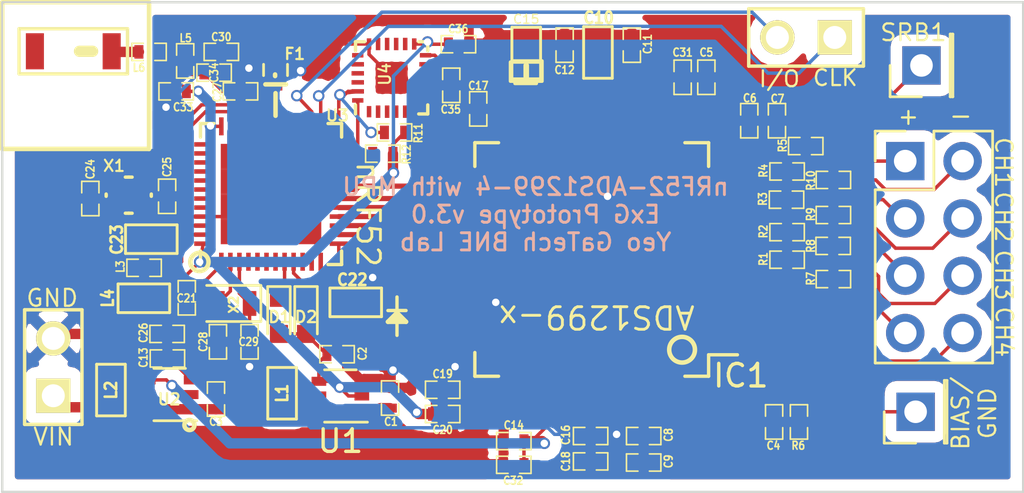
<source format=kicad_pcb>
(kicad_pcb (version 4) (host pcbnew 4.0.6)
  (layers (0 F.Cu signal) (31 B.Cu signal) (34 B.Paste user) (35 F.Paste user hide) (36 B.SilkS user) (37 F.SilkS user) (38 B.Mask user hide) (39 F.Mask user) (44 Edge.Cuts user))
  (net 0 "")
  (net 1 /DEC1)
  (net 2 /DEC2)
  (net 3 /RF)
  (net 4 /SPI_SCLK)
  (net 5 /SPI_~CS)
  (net 6 /SWDCLK)
  (net 7 /SWDIO)
  (net 8 /~DRDY)
  (net 9 "Net-(A1-Pad1)")
  (net 10 "Net-(A1-Pad2)")
  (net 11 "Net-(L3-Pad1)")
  (net 12 AVSS)
  (net 13 DVDD)
  (net 14 AVDD)
  (net 15 "Net-(IC1-Pad11)")
  (net 16 "Net-(IC1-Pad12)")
  (net 17 "Net-(IC1-Pad14)")
  (net 18 "Net-(IC1-Pad16)")
  (net 19 "Net-(IC1-Pad17)")
  (net 20 "Net-(IC1-Pad18)")
  (net 21 "Net-(IC1-Pad27)")
  (net 22 "Net-(IC1-Pad29)")
  (net 23 /DIN)
  (net 24 "Net-(IC1-Pad37)")
  (net 25 /DOUT)
  (net 26 "Net-(IC1-Pad60)")
  (net 27 /BIASIN)
  (net 28 "Net-(IC1-Pad64)")
  (net 29 /IN3)
  (net 30 /IN2)
  (net 31 /IN1)
  (net 32 VCC)
  (net 33 "Net-(IC1-Pad61)")
  (net 34 "Net-(C4-Pad1)")
  (net 35 "Net-(C30-Pad2)")
  (net 36 "Net-(L2-Pad1)")
  (net 37 "Net-(U3-Pad28)")
  (net 38 "Net-(U3-Pad27)")
  (net 39 "Net-(U3-Pad11)")
  (net 40 "Net-(U3-Pad10)")
  (net 41 "Net-(U3-Pad4)")
  (net 42 "Net-(U3-Pad22)")
  (net 43 "Net-(U3-Pad21)")
  (net 44 "Net-(U3-Pad41)")
  (net 45 "Net-(U3-Pad42)")
  (net 46 "Net-(U3-Pad44)")
  (net 47 "Net-(IC1-Pad13)")
  (net 48 "Net-(IC1-Pad15)")
  (net 49 "Net-(IC1-Pad9)")
  (net 50 "Net-(IC1-Pad10)")
  (net 51 /SRB1)
  (net 52 /IN4)
  (net 53 /VREFP)
  (net 54 /VCAP4)
  (net 55 /VCAP1)
  (net 56 /VCAP3)
  (net 57 /VCAP2)
  (net 58 /LED2)
  (net 59 /LED3)
  (net 60 /~PWDN/RESET)
  (net 61 "Net-(U3-Pad5)")
  (net 62 "Net-(U3-Pad20)")
  (net 63 /IN1-)
  (net 64 /IN2-)
  (net 65 /IN3-)
  (net 66 /IN4-)
  (net 67 "Net-(C23-Pad1)")
  (net 68 "Net-(C24-Pad2)")
  (net 69 "Net-(C25-Pad2)")
  (net 70 "Net-(C28-Pad1)")
  (net 71 "Net-(C29-Pad1)")
  (net 72 "Net-(L4-Pad1)")
  (net 73 "Net-(U3-Pad6)")
  (net 74 "Net-(U3-Pad7)")
  (net 75 "Net-(U3-Pad12)")
  (net 76 "Net-(U3-Pad29)")
  (net 77 "Net-(F1-Pad2)")
  (net 78 /DEC3)
  (net 79 "Net-(U3-Pad37)")
  (net 80 "Net-(U3-Pad38)")
  (net 81 "Net-(U3-Pad39)")
  (net 82 "Net-(C35-Pad1)")
  (net 83 /SDI)
  (net 84 /SCL)
  (net 85 "Net-(U4-Pad1)")
  (net 86 "Net-(U4-Pad2)")
  (net 87 "Net-(U4-Pad3)")
  (net 88 "Net-(U4-Pad4)")
  (net 89 "Net-(U4-Pad5)")
  (net 90 "Net-(U4-Pad6)")
  (net 91 "Net-(U4-Pad7)")
  (net 92 "Net-(U4-Pad8)")
  (net 93 "Net-(U4-Pad11)")
  (net 94 "Net-(U4-Pad14)")
  (net 95 "Net-(U4-Pad15)")
  (net 96 "Net-(U4-Pad16)")
  (net 97 "Net-(U4-Pad17)")
  (net 98 "Net-(U4-Pad19)")
  (net 99 "Net-(U4-Pad20)")
  (net 100 "Net-(U4-Pad21)")
  (net 101 "Net-(U4-Pad22)")
  (net 102 "Net-(L1-Pad1)")
  (net 103 "Net-(U3-Pad40)")
  (net 104 "Net-(U3-Pad43)")
  (module SM0603 (layer F.Cu) (at 278.29 142.83 270)
    (fp_text reference L1 (at 0 0 270) (layer F.SilkS) (effects (font (size 0.508 0.4572) (thickness 0.1143))))
    (fp_text value 4.7µH hide)
    (pad 1 smd rect (at -0.762 0 270) (size 0.635 1.143) (layers F.Cu F.Paste F.Mask) (net 102 "Net-(L1-Pad1)"))
    (pad 2 smd rect (at 0.762 0 270) (size 0.635 1.143) (layers F.Cu F.Paste F.Mask) (net 32 VCC))
  )
  (module SM0402 (layer F.Cu) (at 283.07 143.04 90)
    (fp_text reference C1 (at -1.05 0.04 180) (layer F.SilkS) (effects (font (size 0.35052 0.3048) (thickness 0.07112))))
    (fp_text value 10uF hide)
    (pad 1 smd rect (at -0.44958 0 90) (size 0.39878 0.59944) (layers F.Cu F.Paste F.Mask) (net 32 VCC))
    (pad 2 smd rect (at 0.44958 0 90) (size 0.39878 0.59944) (layers F.Cu F.Paste F.Mask) (net 12 AVSS))
  )
  (module SM0402 (layer F.Cu) (at 274.07 138.6 90)
    (fp_text reference C21 (at -0.02 0 180) (layer F.SilkS) (effects (font (size 0.35052 0.3048) (thickness 0.07112))))
    (fp_text value 4.7µF hide)
    (pad 1 smd rect (at -0.44958 0 90) (size 0.39878 0.59944) (layers F.Cu F.Paste F.Mask) (net 12 AVSS))
    (pad 2 smd rect (at 0.44958 0 90) (size 0.39878 0.59944) (layers F.Cu F.Paste F.Mask) (net 13 DVDD))
  )
  (module Housings_DFN_QFN:QFN-24_3x3mm_Pitch0.4mm (layer F.Cu) (at 283.14 128.85 90)
    (fp_text reference U4 (at 0.16 -0.3 90) (layer F.SilkS) (effects (font (size 0.5 0.5) (thickness 0.09))))
    (fp_text value MPU-9250)
    (pad 1 smd rect (at -1.5 -1 90) (size 0.5 0.2) (layers F.Cu F.Paste F.Mask) (net 85 "Net-(U4-Pad1)"))
    (pad 2 smd rect (at -1.5 -0.6 90) (size 0.55 0.2) (layers F.Cu F.Paste F.Mask) (net 86 "Net-(U4-Pad2)"))
    (pad 3 smd rect (at -1.5 -0.2 90) (size 0.55 0.2) (layers F.Cu F.Paste F.Mask) (net 87 "Net-(U4-Pad3)"))
    (pad 4 smd rect (at -1.5 0.2 90) (size 0.55 0.2) (layers F.Cu F.Paste F.Mask) (net 88 "Net-(U4-Pad4)"))
    (pad 5 smd rect (at -1.5 0.6 90) (size 0.55 0.2) (layers F.Cu F.Paste F.Mask) (net 89 "Net-(U4-Pad5)"))
    (pad 6 smd rect (at -1.5 1 90) (size 0.5 0.2) (layers F.Cu F.Paste F.Mask) (net 90 "Net-(U4-Pad6)"))
    (pad 7 smd rect (at -1 1.5 180) (size 0.5 0.2) (layers F.Cu F.Paste F.Mask) (net 91 "Net-(U4-Pad7)"))
    (pad 8 smd rect (at -0.6 1.5 180) (size 0.55 0.2) (layers F.Cu F.Paste F.Mask) (net 92 "Net-(U4-Pad8)"))
    (pad 9 smd rect (at -0.2 1.5 180) (size 0.55 0.2) (layers F.Cu F.Paste F.Mask) (net 12 AVSS))
    (pad 10 smd rect (at 0.2 1.5 180) (size 0.55 0.2) (layers F.Cu F.Paste F.Mask) (net 82 "Net-(C35-Pad1)"))
    (pad 11 smd rect (at 0.6 1.5 180) (size 0.55 0.2) (layers F.Cu F.Paste F.Mask) (net 93 "Net-(U4-Pad11)"))
    (pad 12 smd rect (at 1 1.5 180) (size 0.5 0.2) (layers F.Cu F.Paste F.Mask) (net 12 AVSS))
    (pad 13 smd rect (at 1.5 1 90) (size 0.5 0.2) (layers F.Cu F.Paste F.Mask) (net 13 DVDD))
    (pad 14 smd rect (at 1.5 0.6 90) (size 0.55 0.2) (layers F.Cu F.Paste F.Mask) (net 94 "Net-(U4-Pad14)"))
    (pad 15 smd rect (at 1.5 0.2 90) (size 0.55 0.2) (layers F.Cu F.Paste F.Mask) (net 95 "Net-(U4-Pad15)"))
    (pad 16 smd rect (at 1.5 -0.2 90) (size 0.55 0.2) (layers F.Cu F.Paste F.Mask) (net 96 "Net-(U4-Pad16)"))
    (pad 17 smd rect (at 1.5 -0.6 90) (size 0.55 0.2) (layers F.Cu F.Paste F.Mask) (net 97 "Net-(U4-Pad17)"))
    (pad 18 smd rect (at 1.5 -1 90) (size 0.5 0.2) (layers F.Cu F.Paste F.Mask) (net 12 AVSS))
    (pad 19 smd rect (at 1 -1.5 180) (size 0.5 0.2) (layers F.Cu F.Paste F.Mask) (net 98 "Net-(U4-Pad19)"))
    (pad 20 smd rect (at 0.6 -1.5 180) (size 0.55 0.2) (layers F.Cu F.Paste F.Mask) (net 99 "Net-(U4-Pad20)"))
    (pad 21 smd rect (at 0.2 -1.5 180) (size 0.55 0.2) (layers F.Cu F.Paste F.Mask) (net 100 "Net-(U4-Pad21)"))
    (pad 22 smd rect (at -0.2 -1.5 180) (size 0.55 0.2) (layers F.Cu F.Paste F.Mask) (net 101 "Net-(U4-Pad22)"))
    (pad 23 smd rect (at -0.6 -1.5 180) (size 0.55 0.2) (layers F.Cu F.Paste F.Mask) (net 84 /SCL))
    (pad 24 smd rect (at -1 -1.5 180) (size 0.5 0.2) (layers F.Cu F.Paste F.Mask) (net 83 /SDI))
  )
  (module SM0402 (layer F.Cu) (at 282.75 132.21 180)
    (fp_text reference R12 (at -1.05 -0.03 270) (layer F.SilkS) (effects (font (size 0.35052 0.3048) (thickness 0.07112))))
    (fp_text value 10k hide)
    (pad 1 smd rect (at -0.44958 0 180) (size 0.39878 0.59944) (layers F.Cu F.Paste F.Mask) (net 13 DVDD))
    (pad 2 smd rect (at 0.44958 0 180) (size 0.39878 0.59944) (layers F.Cu F.Paste F.Mask) (net 83 /SDI))
  )
  (module SM0402 (layer F.Cu) (at 283.27 131.27 180)
    (fp_text reference R11 (at -1.05 -0.03 270) (layer F.SilkS) (effects (font (size 0.35052 0.3048) (thickness 0.07112))))
    (fp_text value 10k hide)
    (pad 1 smd rect (at -0.44958 0 180) (size 0.39878 0.59944) (layers F.Cu F.Paste F.Mask) (net 13 DVDD))
    (pad 2 smd rect (at 0.44958 0 180) (size 0.39878 0.59944) (layers F.Cu F.Paste F.Mask) (net 84 /SCL))
  )
  (module SM0402 (layer F.Cu) (at 286.1 127.36)
    (fp_text reference C36 (at -0.01 -0.68) (layer F.SilkS) (effects (font (size 0.35052 0.3048) (thickness 0.07112))))
    (fp_text value 100nF hide)
    (pad 1 smd rect (at -0.44958 0) (size 0.39878 0.59944) (layers F.Cu F.Paste F.Mask) (net 13 DVDD))
    (pad 2 smd rect (at 0.44958 0) (size 0.39878 0.59944) (layers F.Cu F.Paste F.Mask) (net 12 AVSS))
  )
  (module SM0402 (layer F.Cu) (at 285.78 129.18 270)
    (fp_text reference C35 (at 1.07 0.02 360) (layer F.SilkS) (effects (font (size 0.35052 0.3048) (thickness 0.07112))))
    (fp_text value 100nF hide)
    (pad 1 smd rect (at -0.44958 0 270) (size 0.39878 0.59944) (layers F.Cu F.Paste F.Mask) (net 82 "Net-(C35-Pad1)"))
    (pad 2 smd rect (at 0.44958 0 270) (size 0.39878 0.59944) (layers F.Cu F.Paste F.Mask) (net 12 AVSS))
  )
  (module Resistors_SMD:R_0402 (layer F.Cu) (at 278 128.5 90)
    (fp_text reference F1 (at 0.71 0.85 180) (layer F.SilkS) (effects (font (size 0.5 0.5) (thickness 0.1))))
    (fp_text value 2450FM07A0029)
    (pad 1 smd rect (at 0 0.3265 90) (size 0.3 0.7) (layers F.Cu F.Paste F.Mask) (net 12 AVSS))
    (pad 2 smd rect (at -0.6125 0 90) (size 0.6 0.6) (layers F.Cu F.Paste F.Mask) (net 77 "Net-(F1-Pad2)"))
    (pad 4 smd rect (at 0.6125 0 90) (size 0.6 0.6) (layers F.Cu F.Paste F.Mask) (net 3 /RF))
    (pad 3 smd rect (at 0 -0.3625 90) (size 0.3 0.7) (layers F.Cu F.Paste F.Mask) (net 12 AVSS))
  )
  (module SM0402 (layer F.Cu) (at 275.28 128.62 180)
    (fp_text reference C34 (at 0 0 270) (layer F.SilkS) (effects (font (size 0.35052 0.3048) (thickness 0.07112))))
    (fp_text value 100pF hide)
    (pad 1 smd rect (at -0.44958 0 180) (size 0.39878 0.59944) (layers F.Cu F.Paste F.Mask) (net 78 /DEC3))
    (pad 2 smd rect (at 0.44958 0 180) (size 0.39878 0.59944) (layers F.Cu F.Paste F.Mask) (net 12 AVSS))
  )
  (module SM0402 (layer F.Cu) (at 273.6 129.45)
    (fp_text reference C33 (at 0.31 0.7) (layer F.SilkS) (effects (font (size 0.35052 0.3048) (thickness 0.07112))))
    (fp_text value 100nF hide)
    (pad 1 smd rect (at -0.44958 0) (size 0.39878 0.59944) (layers F.Cu F.Paste F.Mask) (net 12 AVSS))
    (pad 2 smd rect (at 0.44958 0) (size 0.39878 0.59944) (layers F.Cu F.Paste F.Mask) (net 13 DVDD))
  )
  (module SM0402 (layer F.Cu) (at 302.7 134.93)
    (fp_text reference R9 (at -1 -0.03 90) (layer F.SilkS) (effects (font (size 0.35052 0.3048) (thickness 0.07112))))
    (fp_text value 30k hide)
    (pad 1 smd rect (at -0.44958 0) (size 0.39878 0.59944) (layers F.Cu F.Paste F.Mask) (net 47 "Net-(IC1-Pad13)"))
    (pad 2 smd rect (at 0.44958 0) (size 0.39878 0.59944) (layers F.Cu F.Paste F.Mask) (net 64 /IN2-))
  )
  (module SM0402 (layer F.Cu) (at 302.7 137.77)
    (fp_text reference R7 (at -1 -0.02 90) (layer F.SilkS) (effects (font (size 0.35052 0.3048) (thickness 0.07112))))
    (fp_text value 30k hide)
    (pad 1 smd rect (at -0.44958 0) (size 0.39878 0.59944) (layers F.Cu F.Paste F.Mask) (net 49 "Net-(IC1-Pad9)"))
    (pad 2 smd rect (at 0.44958 0) (size 0.39878 0.59944) (layers F.Cu F.Paste F.Mask) (net 66 /IN4-))
  )
  (module SM0402 (layer F.Cu) (at 302.69 136.3)
    (fp_text reference R8 (at -0.99 0 90) (layer F.SilkS) (effects (font (size 0.35052 0.3048) (thickness 0.07112))))
    (fp_text value 30k hide)
    (pad 1 smd rect (at -0.44958 0) (size 0.39878 0.59944) (layers F.Cu F.Paste F.Mask) (net 15 "Net-(IC1-Pad11)"))
    (pad 2 smd rect (at 0.44958 0) (size 0.39878 0.59944) (layers F.Cu F.Paste F.Mask) (net 65 /IN3-))
  )
  (module SM0402 (layer F.Cu) (at 302.7 133.375)
    (fp_text reference R10 (at -1 0.025 90) (layer F.SilkS) (effects (font (size 0.35052 0.3048) (thickness 0.07112))))
    (fp_text value 30k hide)
    (pad 1 smd rect (at -0.44958 0) (size 0.39878 0.59944) (layers F.Cu F.Paste F.Mask) (net 48 "Net-(IC1-Pad15)"))
    (pad 2 smd rect (at 0.44958 0) (size 0.39878 0.59944) (layers F.Cu F.Paste F.Mask) (net 63 /IN1-))
  )
  (module Pin_Headers:Pin_Header_Straight_1x01_Pitch2.54mm (layer F.Cu) (at 306.6 128.3 90)
    (fp_text reference P3 hide)
    (fp_text value CONN_1)
    (pad 1 thru_hole rect (at 0 0 90) (size 1.7 1.7) (drill 1) (layers *.Cu *.Mask) (net 51 /SRB1))
  )
  (module "Power Pads:SM0603_Tant" (layer F.Cu) (at 289.1 127.75 90)
    (fp_text reference C15 (at 1.5 0 180) (layer F.SilkS) (effects (font (size 0.4 0.4) (thickness 0.06))))
    (fp_text value 100µF hide)
    (pad 1 smd rect (at -0.762 0 90) (size 0.635 1.143) (layers F.Cu F.Paste F.Mask) (net 55 /VCAP1))
    (pad 2 smd rect (at 0.762 0 90) (size 0.635 1.143) (layers F.Cu F.Paste F.Mask) (net 12 AVSS))
  )
  (module PIN_ARRAY_2X1 (layer F.Cu) (at 301.49 127.06 180)
    (fp_text reference P2 hide)
    (fp_text value CONN_2 hide)
    (pad 1 thru_hole rect (at -1.27 0 180) (size 1.524 1.524) (drill 1.016) (layers *.Cu *.Mask F.SilkS) (net 6 /SWDCLK))
    (pad 2 thru_hole circle (at 1.27 0 180) (size 1.524 1.524) (drill 1.016) (layers *.Cu *.Mask F.SilkS) (net 7 /SWDIO))
  )
  (module SM0402 (layer F.Cu) (at 297.075 128.825 270)
    (fp_text reference C5 (at -1.1 0 360) (layer F.SilkS) (effects (font (size 0.35052 0.3048) (thickness 0.07112))))
    (fp_text value 1uF hide)
    (pad 1 smd rect (at -0.44958 0 270) (size 0.39878 0.59944) (layers F.Cu F.Paste F.Mask) (net 12 AVSS))
    (pad 2 smd rect (at 0.44958 0 270) (size 0.39878 0.59944) (layers F.Cu F.Paste F.Mask) (net 14 AVDD))
  )
  (module Housings_QFP:TQFP-64_10x10mm_Pitch0.5mm (layer F.Cu) (at 292 136.9 180)
    (fp_text reference IC1 (at -6.6 -5.15 180) (layer F.SilkS))
    (fp_text value ADS1299)
    (pad 1 smd rect (at -5.7 -3.75 180) (size 1.5 0.3) (layers F.Cu F.Paste F.Mask) (net 14 AVDD))
    (pad 2 smd rect (at -5.7 -3.25 180) (size 1.5 0.3) (layers F.Cu F.Paste F.Mask) (net 14 AVDD))
    (pad 3 smd rect (at -5.7 -2.75 180) (size 1.5 0.3) (layers F.Cu F.Paste F.Mask) (net 14 AVDD))
    (pad 4 smd rect (at -5.7 -2.25 180) (size 1.5 0.3) (layers F.Cu F.Paste F.Mask) (net 14 AVDD))
    (pad 5 smd rect (at -5.7 -1.75 180) (size 1.5 0.3) (layers F.Cu F.Paste F.Mask) (net 14 AVDD))
    (pad 6 smd rect (at -5.7 -1.25 180) (size 1.5 0.3) (layers F.Cu F.Paste F.Mask) (net 14 AVDD))
    (pad 7 smd rect (at -5.7 -0.75 180) (size 1.5 0.3) (layers F.Cu F.Paste F.Mask) (net 14 AVDD))
    (pad 8 smd rect (at -5.7 -0.25 180) (size 1.5 0.3) (layers F.Cu F.Paste F.Mask) (net 14 AVDD))
    (pad 9 smd rect (at -5.7 0.25 180) (size 1.5 0.3) (layers F.Cu F.Paste F.Mask) (net 49 "Net-(IC1-Pad9)"))
    (pad 10 smd rect (at -5.7 0.75 180) (size 1.5 0.3) (layers F.Cu F.Paste F.Mask) (net 50 "Net-(IC1-Pad10)"))
    (pad 11 smd rect (at -5.7 1.25 180) (size 1.5 0.3) (layers F.Cu F.Paste F.Mask) (net 15 "Net-(IC1-Pad11)"))
    (pad 12 smd rect (at -5.7 1.75 180) (size 1.5 0.3) (layers F.Cu F.Paste F.Mask) (net 16 "Net-(IC1-Pad12)"))
    (pad 13 smd rect (at -5.7 2.25 180) (size 1.5 0.3) (layers F.Cu F.Paste F.Mask) (net 47 "Net-(IC1-Pad13)"))
    (pad 14 smd rect (at -5.7 2.75 180) (size 1.5 0.3) (layers F.Cu F.Paste F.Mask) (net 17 "Net-(IC1-Pad14)"))
    (pad 15 smd rect (at -5.7 3.25 180) (size 1.5 0.3) (layers F.Cu F.Paste F.Mask) (net 48 "Net-(IC1-Pad15)"))
    (pad 16 smd rect (at -5.7 3.75 180) (size 1.5 0.3) (layers F.Cu F.Paste F.Mask) (net 18 "Net-(IC1-Pad16)"))
    (pad 17 smd rect (at -3.75 5.7 270) (size 1.5 0.3) (layers F.Cu F.Paste F.Mask) (net 19 "Net-(IC1-Pad17)"))
    (pad 18 smd rect (at -3.25 5.7 270) (size 1.5 0.3) (layers F.Cu F.Paste F.Mask) (net 20 "Net-(IC1-Pad18)"))
    (pad 19 smd rect (at -2.75 5.7 270) (size 1.5 0.3) (layers F.Cu F.Paste F.Mask) (net 14 AVDD))
    (pad 20 smd rect (at -2.25 5.7 270) (size 1.5 0.3) (layers F.Cu F.Paste F.Mask) (net 12 AVSS))
    (pad 21 smd rect (at -1.75 5.7 270) (size 1.5 0.3) (layers F.Cu F.Paste F.Mask) (net 14 AVDD))
    (pad 22 smd rect (at -1.25 5.7 270) (size 1.5 0.3) (layers F.Cu F.Paste F.Mask) (net 14 AVDD))
    (pad 23 smd rect (at -0.75 5.7 270) (size 1.5 0.3) (layers F.Cu F.Paste F.Mask) (net 12 AVSS))
    (pad 24 smd rect (at -0.25 5.7 270) (size 1.5 0.3) (layers F.Cu F.Paste F.Mask) (net 53 /VREFP))
    (pad 25 smd rect (at 0.25 5.7 270) (size 1.5 0.3) (layers F.Cu F.Paste F.Mask) (net 12 AVSS))
    (pad 26 smd rect (at 0.75 5.7 270) (size 1.5 0.3) (layers F.Cu F.Paste F.Mask) (net 54 /VCAP4))
    (pad 27 smd rect (at 1.25 5.7 270) (size 1.5 0.3) (layers F.Cu F.Paste F.Mask) (net 21 "Net-(IC1-Pad27)"))
    (pad 28 smd rect (at 1.75 5.7 270) (size 1.5 0.3) (layers F.Cu F.Paste F.Mask) (net 55 /VCAP1))
    (pad 29 smd rect (at 2.25 5.7 270) (size 1.5 0.3) (layers F.Cu F.Paste F.Mask) (net 22 "Net-(IC1-Pad29)"))
    (pad 30 smd rect (at 2.75 5.7 270) (size 1.5 0.3) (layers F.Cu F.Paste F.Mask) (net 57 /VCAP2))
    (pad 31 smd rect (at 3.25 5.7 270) (size 1.5 0.3) (layers F.Cu F.Paste F.Mask) (net 12 AVSS))
    (pad 32 smd rect (at 3.75 5.7 270) (size 1.5 0.3) (layers F.Cu F.Paste F.Mask) (net 12 AVSS))
    (pad 33 smd rect (at 5.7 3.75 180) (size 1.5 0.3) (layers F.Cu F.Paste F.Mask) (net 12 AVSS))
    (pad 34 smd rect (at 5.7 3.25 180) (size 1.5 0.3) (layers F.Cu F.Paste F.Mask) (net 23 /DIN))
    (pad 35 smd rect (at 5.7 2.75 180) (size 1.5 0.3) (layers F.Cu F.Paste F.Mask) (net 60 /~PWDN/RESET))
    (pad 36 smd rect (at 5.7 2.25 180) (size 1.5 0.3) (layers F.Cu F.Paste F.Mask) (net 60 /~PWDN/RESET))
    (pad 37 smd rect (at 5.7 1.75 180) (size 1.5 0.3) (layers F.Cu F.Paste F.Mask) (net 24 "Net-(IC1-Pad37)"))
    (pad 38 smd rect (at 5.7 1.25 180) (size 1.5 0.3) (layers F.Cu F.Paste F.Mask) (net 12 AVSS))
    (pad 39 smd rect (at 5.7 0.75 180) (size 1.5 0.3) (layers F.Cu F.Paste F.Mask) (net 5 /SPI_~CS))
    (pad 40 smd rect (at 5.7 0.25 180) (size 1.5 0.3) (layers F.Cu F.Paste F.Mask) (net 4 /SPI_SCLK))
    (pad 41 smd rect (at 5.7 -0.25 180) (size 1.5 0.3) (layers F.Cu F.Paste F.Mask) (net 12 AVSS))
    (pad 42 smd rect (at 5.7 -0.75 180) (size 1.5 0.3) (layers F.Cu F.Paste F.Mask) (net 12 AVSS))
    (pad 43 smd rect (at 5.7 -1.25 180) (size 1.5 0.3) (layers F.Cu F.Paste F.Mask) (net 25 /DOUT))
    (pad 44 smd rect (at 5.7 -1.75 180) (size 1.5 0.3) (layers F.Cu F.Paste F.Mask) (net 12 AVSS))
    (pad 45 smd rect (at 5.7 -2.25 180) (size 1.5 0.3) (layers F.Cu F.Paste F.Mask) (net 12 AVSS))
    (pad 46 smd rect (at 5.7 -2.75 180) (size 1.5 0.3) (layers F.Cu F.Paste F.Mask) (net 12 AVSS))
    (pad 47 smd rect (at 5.7 -3.25 180) (size 1.5 0.3) (layers F.Cu F.Paste F.Mask) (net 8 /~DRDY))
    (pad 48 smd rect (at 5.7 -3.75 180) (size 1.5 0.3) (layers F.Cu F.Paste F.Mask) (net 13 DVDD))
    (pad 49 smd rect (at 3.75 -5.7 270) (size 1.5 0.3) (layers F.Cu F.Paste F.Mask) (net 12 AVSS))
    (pad 50 smd rect (at 3.25 -5.7 270) (size 1.5 0.3) (layers F.Cu F.Paste F.Mask) (net 13 DVDD))
    (pad 51 smd rect (at 2.75 -5.7 270) (size 1.5 0.3) (layers F.Cu F.Paste F.Mask) (net 12 AVSS))
    (pad 52 smd rect (at 2.25 -5.7 270) (size 1.5 0.3) (layers F.Cu F.Paste F.Mask) (net 13 DVDD))
    (pad 53 smd rect (at 1.75 -5.7 270) (size 1.5 0.3) (layers F.Cu F.Paste F.Mask) (net 12 AVSS))
    (pad 54 smd rect (at 1.25 -5.7 270) (size 1.5 0.3) (layers F.Cu F.Paste F.Mask) (net 14 AVDD))
    (pad 55 smd rect (at 0.75 -5.7 270) (size 1.5 0.3) (layers F.Cu F.Paste F.Mask) (net 56 /VCAP3))
    (pad 56 smd rect (at 0.25 -5.7 270) (size 1.5 0.3) (layers F.Cu F.Paste F.Mask) (net 14 AVDD))
    (pad 57 smd rect (at -0.25 -5.7 270) (size 1.5 0.3) (layers F.Cu F.Paste F.Mask) (net 12 AVSS))
    (pad 58 smd rect (at -0.75 -5.7 270) (size 1.5 0.3) (layers F.Cu F.Paste F.Mask) (net 12 AVSS))
    (pad 59 smd rect (at -1.25 -5.7 270) (size 1.5 0.3) (layers F.Cu F.Paste F.Mask) (net 14 AVDD))
    (pad 60 smd rect (at -1.75 -5.7 270) (size 1.5 0.3) (layers F.Cu F.Paste F.Mask) (net 26 "Net-(IC1-Pad60)"))
    (pad 61 smd rect (at -2.25 -5.7 270) (size 1.5 0.3) (layers F.Cu F.Paste F.Mask) (net 33 "Net-(IC1-Pad61)"))
    (pad 62 smd rect (at -2.75 -5.7 270) (size 1.5 0.3) (layers F.Cu F.Paste F.Mask) (net 34 "Net-(C4-Pad1)"))
    (pad 63 smd rect (at -3.25 -5.7 270) (size 1.5 0.3) (layers F.Cu F.Paste F.Mask) (net 34 "Net-(C4-Pad1)"))
    (pad 64 smd rect (at -3.75 -5.7 270) (size 1.5 0.3) (layers F.Cu F.Paste F.Mask) (net 28 "Net-(IC1-Pad64)"))
  )
  (module SM0402 (layer F.Cu) (at 288.55 144.95)
    (fp_text reference C14 (at 0 -0.7 180) (layer F.SilkS) (effects (font (size 0.35052 0.3048) (thickness 0.07112))))
    (fp_text value 1uF hide)
    (pad 1 smd rect (at -0.44958 0) (size 0.39878 0.59944) (layers F.Cu F.Paste F.Mask) (net 12 AVSS))
    (pad 2 smd rect (at 0.44958 0) (size 0.39878 0.59944) (layers F.Cu F.Paste F.Mask) (net 14 AVDD))
  )
  (module LEDs:LED_0603 (layer F.Cu) (at 279.35 139.4 270)
    (fp_text reference D2 (at 0.05 0 360) (layer F.SilkS) (effects (font (size 0.5 0.5) (thickness 0.1))))
    (fp_text value LED)
    (pad 2 smd rect (at 0.8 0 90) (size 0.8 0.8) (layers F.Cu F.Paste F.Mask) (net 13 DVDD))
    (pad 1 smd rect (at -0.8 0 90) (size 0.8 0.8) (layers F.Cu F.Paste F.Mask) (net 59 /LED3))
  )
  (module SM0402 (layer F.Cu) (at 288.55 146)
    (fp_text reference C32 (at -0.025 0.7) (layer F.SilkS) (effects (font (size 0.35052 0.3048) (thickness 0.07112))))
    (fp_text value 0.1uF hide)
    (pad 1 smd rect (at -0.44958 0) (size 0.39878 0.59944) (layers F.Cu F.Paste F.Mask) (net 12 AVSS))
    (pad 2 smd rect (at 0.44958 0) (size 0.39878 0.59944) (layers F.Cu F.Paste F.Mask) (net 14 AVDD))
  )
  (module TO_SOT_Packages_SMD:SOT-363_SC-70-6 (layer F.Cu) (at 273.3125 142.8875 180)
    (fp_text reference U2 (at 0.0225 -0.2125 180) (layer F.SilkS) (effects (font (size 0.5 0.5) (thickness 0.1))))
    (fp_text value TPS61222)
    (pad 1 smd rect (at -0.95 -0.65 180) (size 0.65 0.4) (layers F.Cu F.Paste F.Mask) (net 32 VCC))
    (pad 3 smd rect (at -0.95 0.65 180) (size 0.65 0.4) (layers F.Cu F.Paste F.Mask) (net 12 AVSS))
    (pad 5 smd rect (at 0.95 0 180) (size 0.65 0.4) (layers F.Cu F.Paste F.Mask) (net 36 "Net-(L2-Pad1)"))
    (pad 2 smd rect (at -0.95 0 180) (size 0.65 0.4) (layers F.Cu F.Paste F.Mask) (net 14 AVDD))
    (pad 4 smd rect (at 0.95 0.65 180) (size 0.65 0.4) (layers F.Cu F.Paste F.Mask) (net 14 AVDD))
    (pad 6 smd rect (at 0.95 -0.65 180) (size 0.65 0.4) (layers F.Cu F.Paste F.Mask) (net 32 VCC))
  )
  (module SM0402 (layer F.Cu) (at 290.8 127.4 90)
    (fp_text reference C12 (at -1.1 0 180) (layer F.SilkS) (effects (font (size 0.35052 0.3048) (thickness 0.07112))))
    (fp_text value 1uF hide)
    (pad 1 smd rect (at -0.44958 0 90) (size 0.39878 0.59944) (layers F.Cu F.Paste F.Mask) (net 54 /VCAP4))
    (pad 2 smd rect (at 0.44958 0 90) (size 0.39878 0.59944) (layers F.Cu F.Paste F.Mask) (net 12 AVSS))
  )
  (module SM0402 (layer F.Cu) (at 296.025 128.825 270)
    (fp_text reference C31 (at -1.1 0 360) (layer F.SilkS) (effects (font (size 0.35052 0.3048) (thickness 0.07112))))
    (fp_text value 0.1uF hide)
    (pad 1 smd rect (at -0.44958 0 270) (size 0.39878 0.59944) (layers F.Cu F.Paste F.Mask) (net 12 AVSS))
    (pad 2 smd rect (at 0.44958 0 270) (size 0.39878 0.59944) (layers F.Cu F.Paste F.Mask) (net 14 AVDD))
  )
  (module SM0402 (layer F.Cu) (at 285.4 142.675)
    (fp_text reference C19 (at 0 -0.7) (layer F.SilkS) (effects (font (size 0.35052 0.3048) (thickness 0.07112))))
    (fp_text value 1uF hide)
    (pad 1 smd rect (at -0.44958 0) (size 0.39878 0.59944) (layers F.Cu F.Paste F.Mask) (net 13 DVDD))
    (pad 2 smd rect (at 0.44958 0) (size 0.39878 0.59944) (layers F.Cu F.Paste F.Mask) (net 12 AVSS))
  )
  (module SM0402 (layer F.Cu) (at 301.475 131.875)
    (fp_text reference R5 (at -1.025 -0.025 90) (layer F.SilkS) (effects (font (size 0.35052 0.3048) (thickness 0.07112))))
    (fp_text value 30k hide)
    (pad 1 smd rect (at -0.44958 0) (size 0.39878 0.59944) (layers F.Cu F.Paste F.Mask) (net 19 "Net-(IC1-Pad17)"))
    (pad 2 smd rect (at 0.44958 0) (size 0.39878 0.59944) (layers F.Cu F.Paste F.Mask) (net 51 /SRB1))
  )
  (module SM0402 (layer F.Cu) (at 285.4 143.75 180)
    (fp_text reference C20 (at 0 -0.7 360) (layer F.SilkS) (effects (font (size 0.35052 0.3048) (thickness 0.07112))))
    (fp_text value 0.1uF hide)
    (pad 1 smd rect (at -0.44958 0 180) (size 0.39878 0.59944) (layers F.Cu F.Paste F.Mask) (net 12 AVSS))
    (pad 2 smd rect (at 0.44958 0 180) (size 0.39878 0.59944) (layers F.Cu F.Paste F.Mask) (net 13 DVDD))
  )
  (module SM0402 (layer F.Cu) (at 291.95 145.85)
    (fp_text reference C18 (at -1.1 0 270) (layer F.SilkS) (effects (font (size 0.35052 0.3048) (thickness 0.07112))))
    (fp_text value 0.1uF hide)
    (pad 1 smd rect (at -0.44958 0) (size 0.39878 0.59944) (layers F.Cu F.Paste F.Mask) (net 56 /VCAP3))
    (pad 2 smd rect (at 0.44958 0) (size 0.39878 0.59944) (layers F.Cu F.Paste F.Mask) (net 12 AVSS))
  )
  (module SM0402 (layer F.Cu) (at 291.95 144.725)
    (fp_text reference C16 (at -1.1 -0.05 90) (layer F.SilkS) (effects (font (size 0.35052 0.3048) (thickness 0.07112))))
    (fp_text value 1uF hide)
    (pad 1 smd rect (at -0.44958 0) (size 0.39878 0.59944) (layers F.Cu F.Paste F.Mask) (net 56 /VCAP3))
    (pad 2 smd rect (at 0.44958 0) (size 0.39878 0.59944) (layers F.Cu F.Paste F.Mask) (net 12 AVSS))
  )
  (module SM0402 (layer F.Cu) (at 294.3 145.9 180)
    (fp_text reference C9 (at -1.1 0.05 270) (layer F.SilkS) (effects (font (size 0.35052 0.3048) (thickness 0.07112))))
    (fp_text value 0.1uF hide)
    (pad 1 smd rect (at -0.44958 0 180) (size 0.39878 0.59944) (layers F.Cu F.Paste F.Mask) (net 14 AVDD))
    (pad 2 smd rect (at 0.44958 0 180) (size 0.39878 0.59944) (layers F.Cu F.Paste F.Mask) (net 12 AVSS))
  )
  (module SM0402 (layer F.Cu) (at 286.975 130.225 270)
    (fp_text reference C17 (at -1.025 -0.005 360) (layer F.SilkS) (effects (font (size 0.35052 0.3048) (thickness 0.07112))))
    (fp_text value 1uF hide)
    (pad 1 smd rect (at -0.44958 0 270) (size 0.39878 0.59944) (layers F.Cu F.Paste F.Mask) (net 57 /VCAP2))
    (pad 2 smd rect (at 0.44958 0 270) (size 0.39878 0.59944) (layers F.Cu F.Paste F.Mask) (net 12 AVSS))
  )
  (module SM0402 (layer F.Cu) (at 294.3 144.725 180)
    (fp_text reference C8 (at -1.1 0.05 270) (layer F.SilkS) (effects (font (size 0.35052 0.3048) (thickness 0.07112))))
    (fp_text value 1uF hide)
    (pad 1 smd rect (at -0.44958 0 180) (size 0.39878 0.59944) (layers F.Cu F.Paste F.Mask) (net 14 AVDD))
    (pad 2 smd rect (at 0.44958 0 180) (size 0.39878 0.59944) (layers F.Cu F.Paste F.Mask) (net 12 AVSS))
  )
  (module SM0402 (layer F.Cu) (at 293.775 127.4 270)
    (fp_text reference C11 (at -0.05 -0.7 450) (layer F.SilkS) (effects (font (size 0.35052 0.3048) (thickness 0.07112))))
    (fp_text value 0.1uF hide)
    (pad 1 smd rect (at -0.44958 0 270) (size 0.39878 0.59944) (layers F.Cu F.Paste F.Mask) (net 12 AVSS))
    (pad 2 smd rect (at 0.44958 0 270) (size 0.39878 0.59944) (layers F.Cu F.Paste F.Mask) (net 53 /VREFP))
  )
  (module SM0402 (layer F.Cu) (at 300.2 130.75 270)
    (fp_text reference C7 (at -0.975 -0.025 360) (layer F.SilkS) (effects (font (size 0.35052 0.3048) (thickness 0.07112))))
    (fp_text value 0.1uF hide)
    (pad 1 smd rect (at -0.44958 0 270) (size 0.39878 0.59944) (layers F.Cu F.Paste F.Mask) (net 12 AVSS))
    (pad 2 smd rect (at 0.44958 0 270) (size 0.39878 0.59944) (layers F.Cu F.Paste F.Mask) (net 14 AVDD))
  )
  (module SM0402 (layer F.Cu) (at 298.975 130.75 270)
    (fp_text reference C6 (at -1 -0.025 360) (layer F.SilkS) (effects (font (size 0.35052 0.3048) (thickness 0.07112))))
    (fp_text value 1uF hide)
    (pad 1 smd rect (at -0.44958 0 270) (size 0.39878 0.59944) (layers F.Cu F.Paste F.Mask) (net 12 AVSS))
    (pad 2 smd rect (at 0.44958 0 270) (size 0.39878 0.59944) (layers F.Cu F.Paste F.Mask) (net 14 AVDD))
  )
  (module SM0603 (layer F.Cu) (at 292.275 127.725 270)
    (fp_text reference C10 (at -1.535 -0.035 360) (layer F.SilkS) (effects (font (size 0.508 0.4572) (thickness 0.1143))))
    (fp_text value 10uF hide)
    (pad 1 smd rect (at -0.762 0 270) (size 0.635 1.143) (layers F.Cu F.Paste F.Mask) (net 12 AVSS))
    (pad 2 smd rect (at 0.762 0 270) (size 0.635 1.143) (layers F.Cu F.Paste F.Mask) (net 53 /VREFP))
  )
  (module SM0603 (layer F.Cu) (at 270.7125 142.6875 270)
    (fp_text reference L2 (at 0 0 270) (layer F.SilkS) (effects (font (size 0.508 0.4572) (thickness 0.1143))))
    (fp_text value 4.7µH hide)
    (pad 1 smd rect (at -0.762 0 270) (size 0.635 1.143) (layers F.Cu F.Paste F.Mask) (net 36 "Net-(L2-Pad1)"))
    (pad 2 smd rect (at 0.762 0 270) (size 0.635 1.143) (layers F.Cu F.Paste F.Mask) (net 32 VCC))
  )
  (module SM0402 (layer F.Cu) (at 273.2125 141.2875)
    (fp_text reference C13 (at -1.0625 -0.0375 90) (layer F.SilkS) (effects (font (size 0.35052 0.3048) (thickness 0.07112))))
    (fp_text value 10uF hide)
    (pad 1 smd rect (at -0.44958 0) (size 0.39878 0.59944) (layers F.Cu F.Paste F.Mask) (net 14 AVDD))
    (pad 2 smd rect (at 0.44958 0) (size 0.39878 0.59944) (layers F.Cu F.Paste F.Mask) (net 12 AVSS))
  )
  (module SM0402 (layer F.Cu) (at 275.3625 143.0875 90)
    (fp_text reference C3 (at -1 0 180) (layer F.SilkS) (effects (font (size 0.35052 0.3048) (thickness 0.07112))))
    (fp_text value 10uF hide)
    (pad 1 smd rect (at -0.44958 0 90) (size 0.39878 0.59944) (layers F.Cu F.Paste F.Mask) (net 32 VCC))
    (pad 2 smd rect (at 0.44958 0 90) (size 0.39878 0.59944) (layers F.Cu F.Paste F.Mask) (net 12 AVSS))
  )
  (module SM0402 (layer F.Cu) (at 280.725 141.1)
    (fp_text reference C2 (at 1.125 -0.025 90) (layer F.SilkS) (effects (font (size 0.35052 0.3048) (thickness 0.07112))))
    (fp_text value 10uF hide)
    (pad 1 smd rect (at -0.44958 0) (size 0.39878 0.59944) (layers F.Cu F.Paste F.Mask) (net 13 DVDD))
    (pad 2 smd rect (at 0.44958 0) (size 0.39878 0.59944) (layers F.Cu F.Paste F.Mask) (net 12 AVSS))
  )
  (module SM0402 (layer F.Cu) (at 300.075 144.1 90)
    (fp_text reference C4 (at -1.05 -0.03 180) (layer F.SilkS) (effects (font (size 0.35052 0.3048) (thickness 0.07112))))
    (fp_text value 1.0nF hide)
    (pad 1 smd rect (at -0.44958 0 90) (size 0.39878 0.59944) (layers F.Cu F.Paste F.Mask) (net 34 "Net-(C4-Pad1)"))
    (pad 2 smd rect (at 0.44958 0 90) (size 0.39878 0.59944) (layers F.Cu F.Paste F.Mask) (net 27 /BIASIN))
  )
  (module SM0402 (layer F.Cu) (at 301.175 144.1 90)
    (fp_text reference R6 (at -1.05 -0.03 180) (layer F.SilkS) (effects (font (size 0.35052 0.3048) (thickness 0.07112))))
    (fp_text value 1MΩ hide)
    (pad 1 smd rect (at -0.44958 0 90) (size 0.39878 0.59944) (layers F.Cu F.Paste F.Mask) (net 34 "Net-(C4-Pad1)"))
    (pad 2 smd rect (at 0.44958 0 90) (size 0.39878 0.59944) (layers F.Cu F.Paste F.Mask) (net 27 /BIASIN))
  )
  (module SM0402 (layer F.Cu) (at 300.65 133)
    (fp_text reference R4 (at -1.05 -0.03 90) (layer F.SilkS) (effects (font (size 0.35052 0.3048) (thickness 0.07112))))
    (fp_text value 30k hide)
    (pad 1 smd rect (at -0.44958 0) (size 0.39878 0.59944) (layers F.Cu F.Paste F.Mask) (net 18 "Net-(IC1-Pad16)"))
    (pad 2 smd rect (at 0.44958 0) (size 0.39878 0.59944) (layers F.Cu F.Paste F.Mask) (net 31 /IN1))
  )
  (module SM0402 (layer F.Cu) (at 300.625 134.25)
    (fp_text reference R3 (at -1.05 -0.03 90) (layer F.SilkS) (effects (font (size 0.35052 0.3048) (thickness 0.07112))))
    (fp_text value 30k hide)
    (pad 1 smd rect (at -0.44958 0) (size 0.39878 0.59944) (layers F.Cu F.Paste F.Mask) (net 17 "Net-(IC1-Pad14)"))
    (pad 2 smd rect (at 0.44958 0) (size 0.39878 0.59944) (layers F.Cu F.Paste F.Mask) (net 30 /IN2))
  )
  (module SM0402 (layer F.Cu) (at 300.65 135.69)
    (fp_text reference R2 (at -1.05 -0.03 90) (layer F.SilkS) (effects (font (size 0.35052 0.3048) (thickness 0.07112))))
    (fp_text value 30k hide)
    (pad 1 smd rect (at -0.44958 0) (size 0.39878 0.59944) (layers F.Cu F.Paste F.Mask) (net 16 "Net-(IC1-Pad12)"))
    (pad 2 smd rect (at 0.44958 0) (size 0.39878 0.59944) (layers F.Cu F.Paste F.Mask) (net 29 /IN3))
  )
  (module SM0402 (layer F.Cu) (at 300.65 136.91)
    (fp_text reference R1 (at -1.05 -0.03 90) (layer F.SilkS) (effects (font (size 0.35052 0.3048) (thickness 0.07112))))
    (fp_text value 30k hide)
    (pad 1 smd rect (at -0.44958 0) (size 0.39878 0.59944) (layers F.Cu F.Paste F.Mask) (net 50 "Net-(IC1-Pad10)"))
    (pad 2 smd rect (at 0.44958 0) (size 0.39878 0.59944) (layers F.Cu F.Paste F.Mask) (net 52 /IN4))
  )
  (module LEDs:LED_0603 (layer F.Cu) (at 278.15 139.4 270)
    (fp_text reference D1 (at 0.05 -0.025 360) (layer F.SilkS) (effects (font (size 0.5 0.5) (thickness 0.1))))
    (fp_text value LED)
    (pad 2 smd rect (at 0.8 0 90) (size 0.8 0.8) (layers F.Cu F.Paste F.Mask) (net 13 DVDD))
    (pad 1 smd rect (at -0.8 0 90) (size 0.8 0.8) (layers F.Cu F.Paste F.Mask) (net 58 /LED2))
  )
  (module PIN_ARRAY_2X1 (layer F.Cu) (at 268.16 141.67 90)
    (fp_text reference P1 hide)
    (fp_text value CONN_2 hide)
    (pad 1 thru_hole rect (at -1.27 0 90) (size 1.524 1.524) (drill 1.016) (layers *.Cu *.Mask F.SilkS) (net 32 VCC))
    (pad 2 thru_hole circle (at 1.27 0 90) (size 1.524 1.524) (drill 1.016) (layers *.Cu *.Mask F.SilkS) (net 12 AVSS))
  )
  (module SM0603 (layer F.Cu) (at 272.17 138.62 180)
    (fp_text reference L4 (at 1.6 0 270) (layer F.SilkS) (effects (font (size 0.508 0.4572) (thickness 0.1143))))
    (fp_text value 10uH hide)
    (pad 1 smd rect (at -0.762 0 180) (size 0.635 1.143) (layers F.Cu F.Paste F.Mask) (net 72 "Net-(L4-Pad1)"))
    (pad 2 smd rect (at 0.762 0 180) (size 0.635 1.143) (layers F.Cu F.Paste F.Mask) (net 11 "Net-(L3-Pad1)"))
  )
  (module CRYSTAL-SMD-2.0MMx1.6MM (layer F.Cu) (at 271.5 134.05)
    (fp_text reference X1 (at -0.65 -1.3) (layer F.SilkS) (effects (font (size 0.5 0.5) (thickness 0.092))))
    (fp_text value Crystal_GND24 hide)
    (pad 4 smd rect (at -0.7 -0.55) (size 0.9 0.8) (layers F.Cu F.Paste F.Mask) (net 12 AVSS))
    (pad 3 smd rect (at 0.7 -0.55) (size 0.9 0.8) (layers F.Cu F.Paste F.Mask) (net 69 "Net-(C25-Pad2)"))
    (pad 1 smd rect (at -0.7 0.55) (size 0.9 0.8) (layers F.Cu F.Paste F.Mask) (net 68 "Net-(C24-Pad2)"))
    (pad 2 smd rect (at 0.7 0.55) (size 0.9 0.8) (layers F.Cu F.Paste F.Mask) (net 12 AVSS))
  )
  (module SM0402 (layer F.Cu) (at 275.45 140.55 270)
    (fp_text reference C28 (at 0 0.65 450) (layer F.SilkS) (effects (font (size 0.35052 0.3048) (thickness 0.07112))))
    (fp_text value 12pF hide)
    (pad 1 smd rect (at -0.44958 0 270) (size 0.39878 0.59944) (layers F.Cu F.Paste F.Mask) (net 70 "Net-(C28-Pad1)"))
    (pad 2 smd rect (at 0.44958 0 270) (size 0.39878 0.59944) (layers F.Cu F.Paste F.Mask) (net 12 AVSS))
  )
  (module SM0402 (layer F.Cu) (at 273.2 140.2 180)
    (fp_text reference C26 (at 1.05 0.05 270) (layer F.SilkS) (effects (font (size 0.35052 0.3048) (thickness 0.07112))))
    (fp_text value 100nF hide)
    (pad 1 smd rect (at -0.44958 0 180) (size 0.39878 0.59944) (layers F.Cu F.Paste F.Mask) (net 1 /DEC1))
    (pad 2 smd rect (at 0.44958 0 180) (size 0.39878 0.59944) (layers F.Cu F.Paste F.Mask) (net 12 AVSS))
  )
  (module SM0402 (layer F.Cu) (at 269.8 134.2 270)
    (fp_text reference C24 (at -1.3 0 270) (layer F.SilkS) (effects (font (size 0.35052 0.3048) (thickness 0.07112))))
    (fp_text value 12pF hide)
    (pad 1 smd rect (at -0.44958 0 270) (size 0.39878 0.59944) (layers F.Cu F.Paste F.Mask) (net 12 AVSS))
    (pad 2 smd rect (at 0.44958 0 270) (size 0.39878 0.59944) (layers F.Cu F.Paste F.Mask) (net 68 "Net-(C24-Pad2)"))
  )
  (module SM0402 (layer F.Cu) (at 273.2 134.1 90)
    (fp_text reference C25 (at 1.3 0 90) (layer F.SilkS) (effects (font (size 0.35052 0.3048) (thickness 0.07112))))
    (fp_text value 12pF hide)
    (pad 1 smd rect (at -0.44958 0 90) (size 0.39878 0.59944) (layers F.Cu F.Paste F.Mask) (net 12 AVSS))
    (pad 2 smd rect (at 0.44958 0 90) (size 0.39878 0.59944) (layers F.Cu F.Paste F.Mask) (net 69 "Net-(C25-Pad2)"))
  )
  (module SM0402 (layer F.Cu) (at 276.45 129.45 180)
    (fp_text reference C27 (at 1.03 -0.03 450) (layer F.SilkS) (effects (font (size 0.35052 0.3048) (thickness 0.07112))))
    (fp_text value N.C. hide)
    (pad 1 smd rect (at -0.44958 0 180) (size 0.39878 0.59944) (layers F.Cu F.Paste F.Mask) (net 2 /DEC2))
    (pad 2 smd rect (at 0.44958 0 180) (size 0.39878 0.59944) (layers F.Cu F.Paste F.Mask) (net 12 AVSS))
  )
  (module SM0402 (layer F.Cu) (at 276.85 140.55 270)
    (fp_text reference C29 (at 0 0.04 540) (layer F.SilkS) (effects (font (size 0.35052 0.3048) (thickness 0.07112))))
    (fp_text value 12pF hide)
    (pad 1 smd rect (at -0.44958 0 270) (size 0.39878 0.59944) (layers F.Cu F.Paste F.Mask) (net 71 "Net-(C29-Pad1)"))
    (pad 2 smd rect (at 0.44958 0 270) (size 0.39878 0.59944) (layers F.Cu F.Paste F.Mask) (net 12 AVSS))
  )
  (module JTI-2450AT18A100-CHIP-ANT (layer F.Cu) (at 269.045 127.673 180)
    (fp_text reference A1 hide)
    (fp_text value CHIP-ANT hide)
    (pad 1 smd rect (at -1.7 0 180) (size 0.8 1.6) (layers F.Cu F.Paste F.Mask) (net 9 "Net-(A1-Pad1)"))
    (pad 2 smd rect (at 1.7 0 180) (size 0.8 1.6) (layers F.Cu F.Paste F.Mask) (net 10 "Net-(A1-Pad2)"))
  )
  (module SM0402 (layer F.Cu) (at 272.4 127.7 180)
    (fp_text reference L6 (at 0.45 -0.7 180) (layer F.SilkS) (effects (font (size 0.35052 0.3048) (thickness 0.07112))))
    (fp_text value 3.9nH hide)
    (pad 1 smd rect (at -0.44958 0 180) (size 0.39878 0.59944) (layers F.Cu F.Paste F.Mask) (net 35 "Net-(C30-Pad2)"))
    (pad 2 smd rect (at 0.44958 0 180) (size 0.39878 0.59944) (layers F.Cu F.Paste F.Mask) (net 9 "Net-(A1-Pad1)"))
  )
  (module SM0402 (layer F.Cu) (at 274 128.1 270)
    (fp_text reference L5 (at -1.01 -0.02 360) (layer F.SilkS) (effects (font (size 0.35052 0.3048) (thickness 0.07112))))
    (fp_text value 2.7nH hide)
    (pad 1 smd rect (at -0.44958 0 270) (size 0.39878 0.59944) (layers F.Cu F.Paste F.Mask) (net 35 "Net-(C30-Pad2)"))
    (pad 2 smd rect (at 0.44958 0 270) (size 0.39878 0.59944) (layers F.Cu F.Paste F.Mask) (net 12 AVSS))
  )
  (module SM0402 (layer F.Cu) (at 275.6 127.7 180)
    (fp_text reference C30 (at 0 0.66 180) (layer F.SilkS) (effects (font (size 0.35052 0.3048) (thickness 0.07112))))
    (fp_text value 1.0pF hide)
    (pad 1 smd rect (at -0.44958 0 180) (size 0.39878 0.59944) (layers F.Cu F.Paste F.Mask) (net 3 /RF))
    (pad 2 smd rect (at 0.44958 0 180) (size 0.39878 0.59944) (layers F.Cu F.Paste F.Mask) (net 35 "Net-(C30-Pad2)"))
  )
  (module SM0402 (layer F.Cu) (at 272.18 137.27)
    (fp_text reference L3 (at -1.05 -0.05 90) (layer F.SilkS) (effects (font (size 0.35052 0.3048) (thickness 0.07112))))
    (fp_text value 15nH hide)
    (pad 1 smd rect (at -0.44958 0) (size 0.39878 0.59944) (layers F.Cu F.Paste F.Mask) (net 11 "Net-(L3-Pad1)"))
    (pad 2 smd rect (at 0.44958 0) (size 0.39878 0.59944) (layers F.Cu F.Paste F.Mask) (net 67 "Net-(C23-Pad1)"))
  )
  (module SM0603 (layer F.Cu) (at 272.5 136 180)
    (fp_text reference C23 (at 1.53 -0.02 270) (layer F.SilkS) (effects (font (size 0.508 0.4572) (thickness 0.1143))))
    (fp_text value 1.0µF hide)
    (pad 1 smd rect (at -0.762 0 180) (size 0.635 1.143) (layers F.Cu F.Paste F.Mask) (net 67 "Net-(C23-Pad1)"))
    (pad 2 smd rect (at 0.762 0 180) (size 0.635 1.143) (layers F.Cu F.Paste F.Mask) (net 12 AVSS))
  )
  (module SM0603 (layer F.Cu) (at 281.55 138.8)
    (fp_text reference C22 (at -0.15 -1) (layer F.SilkS) (effects (font (size 0.508 0.4572) (thickness 0.1143))))
    (fp_text value 100nF hide)
    (pad 1 smd rect (at -0.762 0) (size 0.635 1.143) (layers F.Cu F.Paste F.Mask) (net 13 DVDD))
    (pad 2 smd rect (at 0.762 0) (size 0.635 1.143) (layers F.Cu F.Paste F.Mask) (net 12 AVSS))
  )
  (module Pin_Headers:Pin_Header_Straight_1x01_Pitch2.54mm (layer F.Cu) (at 306.34 143.65 90)
    (fp_text reference P4 hide)
    (fp_text value CONN_1)
    (pad 1 thru_hole rect (at 0 0 90) (size 1.7 1.7) (drill 1) (layers *.Cu *.Mask) (net 27 /BIASIN))
  )
  (module Pin_Headers:Pin_Header_Straight_2x04_Pitch2.54mm (layer F.Cu) (at 305.88 132.54)
    (fp_text reference P5 hide)
    (fp_text value CONN_01X08)
    (pad 1 thru_hole rect (at 0 0) (size 1.7 1.7) (drill 1) (layers *.Cu *.Mask) (net 31 /IN1))
    (pad 2 thru_hole oval (at 2.54 0) (size 1.7 1.7) (drill 1) (layers *.Cu *.Mask) (net 63 /IN1-))
    (pad 3 thru_hole oval (at 0 2.54) (size 1.7 1.7) (drill 1) (layers *.Cu *.Mask) (net 30 /IN2))
    (pad 4 thru_hole oval (at 2.54 2.54) (size 1.7 1.7) (drill 1) (layers *.Cu *.Mask) (net 64 /IN2-))
    (pad 5 thru_hole oval (at 0 5.08) (size 1.7 1.7) (drill 1) (layers *.Cu *.Mask) (net 29 /IN3))
    (pad 6 thru_hole oval (at 2.54 5.08) (size 1.7 1.7) (drill 1) (layers *.Cu *.Mask) (net 65 /IN3-))
    (pad 7 thru_hole oval (at 0 7.62) (size 1.7 1.7) (drill 1) (layers *.Cu *.Mask) (net 52 /IN4))
    (pad 8 thru_hole oval (at 2.54 7.62) (size 1.7 1.7) (drill 1) (layers *.Cu *.Mask) (net 66 /IN4-))
  )
  (module Housings_DFN_QFN:UQFN-48-1EP_6x6mm_Pitch0.4mm (layer F.Cu) (at 277.8 134 90)
    (fp_text reference U3 (at 3.48 2.94 180) (layer F.SilkS) (effects (font (size 0.5 0.5) (thickness 0.095))))
    (fp_text value NRF528XX-QFAA)
    (pad 1 smd rect (at -3 -2.2 90) (size 0.8 0.2) (layers F.Cu F.Paste F.Mask) (net 1 /DEC1))
    (pad 2 smd rect (at -3 -1.8 90) (size 0.8 0.2) (layers F.Cu F.Paste F.Mask) (net 70 "Net-(C28-Pad1)"))
    (pad 3 smd rect (at -3 -1.4 90) (size 0.8 0.2) (layers F.Cu F.Paste F.Mask) (net 71 "Net-(C29-Pad1)"))
    (pad 4 smd rect (at -3 -1 90) (size 0.8 0.2) (layers F.Cu F.Paste F.Mask) (net 41 "Net-(U3-Pad4)"))
    (pad 5 smd rect (at -3 -0.6 90) (size 0.8 0.2) (layers F.Cu F.Paste F.Mask) (net 61 "Net-(U3-Pad5)"))
    (pad 6 smd rect (at -3 -0.2 90) (size 0.8 0.2) (layers F.Cu F.Paste F.Mask) (net 73 "Net-(U3-Pad6)"))
    (pad 7 smd rect (at -3 0.2 90) (size 0.8 0.2) (layers F.Cu F.Paste F.Mask) (net 74 "Net-(U3-Pad7)"))
    (pad 8 smd rect (at -3 0.6 90) (size 0.8 0.2) (layers F.Cu F.Paste F.Mask) (net 58 /LED2))
    (pad 9 smd rect (at -3 1 90) (size 0.8 0.2) (layers F.Cu F.Paste F.Mask) (net 59 /LED3))
    (pad 10 smd rect (at -3 1.4 90) (size 0.8 0.2) (layers F.Cu F.Paste F.Mask) (net 40 "Net-(U3-Pad10)"))
    (pad 11 smd rect (at -3 1.8 90) (size 0.8 0.2) (layers F.Cu F.Paste F.Mask) (net 39 "Net-(U3-Pad11)"))
    (pad 12 smd rect (at -3 2.2 90) (size 0.8 0.2) (layers F.Cu F.Paste F.Mask) (net 75 "Net-(U3-Pad12)"))
    (pad 13 smd rect (at -2.2 3 180) (size 0.8 0.2) (layers F.Cu F.Paste F.Mask) (net 13 DVDD))
    (pad 14 smd rect (at -1.8 3 180) (size 0.8 0.2) (layers F.Cu F.Paste F.Mask) (net 8 /~DRDY))
    (pad 15 smd rect (at -1.4 3 180) (size 0.8 0.2) (layers F.Cu F.Paste F.Mask) (net 25 /DOUT))
    (pad 16 smd rect (at -1 3 180) (size 0.8 0.2) (layers F.Cu F.Paste F.Mask) (net 4 /SPI_SCLK))
    (pad 17 smd rect (at -0.6 3 180) (size 0.8 0.2) (layers F.Cu F.Paste F.Mask) (net 5 /SPI_~CS))
    (pad 18 smd rect (at -0.2 3 180) (size 0.8 0.2) (layers F.Cu F.Paste F.Mask) (net 60 /~PWDN/RESET))
    (pad 19 smd rect (at 0.2 3 180) (size 0.8 0.2) (layers F.Cu F.Paste F.Mask) (net 23 /DIN))
    (pad 20 smd rect (at 0.6 3 180) (size 0.8 0.2) (layers F.Cu F.Paste F.Mask) (net 62 "Net-(U3-Pad20)"))
    (pad 21 smd rect (at 1 3 180) (size 0.8 0.2) (layers F.Cu F.Paste F.Mask) (net 43 "Net-(U3-Pad21)"))
    (pad 22 smd rect (at 1.4 3 180) (size 0.8 0.2) (layers F.Cu F.Paste F.Mask) (net 42 "Net-(U3-Pad22)"))
    (pad 23 smd rect (at 1.8 3 180) (size 0.8 0.2) (layers F.Cu F.Paste F.Mask) (net 83 /SDI))
    (pad 24 smd rect (at 2.2 3 180) (size 0.8 0.2) (layers F.Cu F.Paste F.Mask) (net 84 /SCL))
    (pad 25 smd rect (at 3 2.2 90) (size 0.8 0.2) (layers F.Cu F.Paste F.Mask) (net 6 /SWDCLK))
    (pad 26 smd rect (at 3 1.8 90) (size 0.8 0.2) (layers F.Cu F.Paste F.Mask) (net 7 /SWDIO))
    (pad 27 smd rect (at 3 1.4 90) (size 0.8 0.2) (layers F.Cu F.Paste F.Mask) (net 38 "Net-(U3-Pad27)"))
    (pad 28 smd rect (at 3 1 90) (size 0.8 0.2) (layers F.Cu F.Paste F.Mask) (net 37 "Net-(U3-Pad28)"))
    (pad 29 smd rect (at 3 0.6 90) (size 0.8 0.2) (layers F.Cu F.Paste F.Mask) (net 76 "Net-(U3-Pad29)"))
    (pad 30 smd rect (at 3 0.2 90) (size 0.8 0.2) (layers F.Cu F.Paste F.Mask) (net 77 "Net-(F1-Pad2)"))
    (pad 31 smd rect (at 3 -0.2 90) (size 0.8 0.2) (layers F.Cu F.Paste F.Mask) (net 12 AVSS))
    (pad 32 smd rect (at 3 -0.6 90) (size 0.8 0.2) (layers F.Cu F.Paste F.Mask) (net 2 /DEC2))
    (pad 33 smd rect (at 3 -1 90) (size 0.8 0.2) (layers F.Cu F.Paste F.Mask) (net 78 /DEC3))
    (pad 34 smd rect (at 3 -1.4 90) (size 0.8 0.2) (layers F.Cu F.Paste F.Mask) (net 68 "Net-(C24-Pad2)"))
    (pad 35 smd rect (at 3 -1.8 90) (size 0.8 0.2) (layers F.Cu F.Paste F.Mask) (net 69 "Net-(C25-Pad2)"))
    (pad 36 smd rect (at 3 -2.2 90) (size 0.8 0.2) (layers F.Cu F.Paste F.Mask) (net 13 DVDD))
    (pad 37 smd rect (at 2.2 -3 180) (size 0.8 0.2) (layers F.Cu F.Paste F.Mask) (net 79 "Net-(U3-Pad37)"))
    (pad 38 smd rect (at 1.8 -3 180) (size 0.8 0.2) (layers F.Cu F.Paste F.Mask) (net 80 "Net-(U3-Pad38)"))
    (pad 39 smd rect (at 1.4 -3 180) (size 0.8 0.2) (layers F.Cu F.Paste F.Mask) (net 81 "Net-(U3-Pad39)"))
    (pad 40 smd rect (at 1 -3 180) (size 0.8 0.2) (layers F.Cu F.Paste F.Mask) (net 103 "Net-(U3-Pad40)"))
    (pad 41 smd rect (at 0.6 -3 180) (size 0.8 0.2) (layers F.Cu F.Paste F.Mask) (net 44 "Net-(U3-Pad41)"))
    (pad 42 smd rect (at 0.2 -3 180) (size 0.8 0.2) (layers F.Cu F.Paste F.Mask) (net 45 "Net-(U3-Pad42)"))
    (pad 43 smd rect (at -0.2 -3 180) (size 0.8 0.2) (layers F.Cu F.Paste F.Mask) (net 104 "Net-(U3-Pad43)"))
    (pad 44 smd rect (at -0.6 -3 180) (size 0.8 0.2) (layers F.Cu F.Paste F.Mask) (net 46 "Net-(U3-Pad44)"))
    (pad 45 smd rect (at -1 -3 180) (size 0.8 0.2) (layers F.Cu F.Paste F.Mask) (net 12 AVSS))
    (pad 46 smd rect (at -1.4 -3 180) (size 0.8 0.2) (layers F.Cu F.Paste F.Mask) (net 67 "Net-(C23-Pad1)"))
    (pad 47 smd rect (at -1.8 -3 180) (size 0.8 0.2) (layers F.Cu F.Paste F.Mask) (net 72 "Net-(L4-Pad1)"))
    (pad 48 smd rect (at -2.2 -3 180) (size 0.8 0.2) (layers F.Cu F.Paste F.Mask) (net 13 DVDD))
    (pad 49 smd rect (at 1.66875 1.66875 90) (size 1.1125 1.1125) (layers F.Cu F.Paste F.Mask) (net 12 AVSS))
    (pad 49 smd rect (at 1.66875 0.55625 90) (size 1.1125 1.1125) (layers F.Cu F.Paste F.Mask) (net 12 AVSS))
    (pad 49 smd rect (at 1.66875 -0.55625 90) (size 1.1125 1.1125) (layers F.Cu F.Paste F.Mask) (net 12 AVSS))
    (pad 49 smd rect (at 1.66875 -1.66875 90) (size 1.1125 1.1125) (layers F.Cu F.Paste F.Mask) (net 12 AVSS))
    (pad 49 smd rect (at 0.55625 1.66875 90) (size 1.1125 1.1125) (layers F.Cu F.Paste F.Mask) (net 12 AVSS))
    (pad 49 smd rect (at 0.55625 0.55625 90) (size 1.1125 1.1125) (layers F.Cu F.Paste F.Mask) (net 12 AVSS))
    (pad 49 smd rect (at 0.55625 -0.55625 90) (size 1.1125 1.1125) (layers F.Cu F.Paste F.Mask) (net 12 AVSS))
    (pad 49 smd rect (at 0.55625 -1.66875 90) (size 1.1125 1.1125) (layers F.Cu F.Paste F.Mask) (net 12 AVSS))
    (pad 49 smd rect (at -0.55625 1.66875 90) (size 1.1125 1.1125) (layers F.Cu F.Paste F.Mask) (net 12 AVSS))
    (pad 49 smd rect (at -0.55625 0.55625 90) (size 1.1125 1.1125) (layers F.Cu F.Paste F.Mask) (net 12 AVSS))
    (pad 49 smd rect (at -0.55625 -0.55625 90) (size 1.1125 1.1125) (layers F.Cu F.Paste F.Mask) (net 12 AVSS))
    (pad 49 smd rect (at -0.55625 -1.66875 90) (size 1.1125 1.1125) (layers F.Cu F.Paste F.Mask) (net 12 AVSS))
    (pad 49 smd rect (at -1.66875 1.66875 90) (size 1.1125 1.1125) (layers F.Cu F.Paste F.Mask) (net 12 AVSS))
    (pad 49 smd rect (at -1.66875 0.55625 90) (size 1.1125 1.1125) (layers F.Cu F.Paste F.Mask) (net 12 AVSS))
    (pad 49 smd rect (at -1.66875 -0.55625 90) (size 1.1125 1.1125) (layers F.Cu F.Paste F.Mask) (net 12 AVSS))
    (pad 49 smd rect (at -1.66875 -1.66875 90) (size 1.1125 1.1125) (layers F.Cu F.Paste F.Mask) (net 12 AVSS))
  )
  (module Crystals:Crystal_SMD_2012-2pin_2.0x1.2mm (layer F.Cu) (at 276.15 138.85 180)
    (fp_text reference X2 (at 0 -0.05 270) (layer F.SilkS) (effects (font (size 0.4 0.4) (thickness 0.1))))
    (fp_text value "32.768 kHz")
    (pad 1 smd rect (at -0.7 0 180) (size 0.6 1.1) (layers F.Cu F.Paste F.Mask) (net 71 "Net-(C29-Pad1)"))
    (pad 2 smd rect (at 0.7 0 180) (size 0.6 1.1) (layers F.Cu F.Paste F.Mask) (net 70 "Net-(C28-Pad1)"))
  )
  (module TO_SOT_Packages_SMD:SOT-363_SC-70-6 (layer F.Cu) (at 280.87 142.95 180)
    (fp_text reference U1 (at 0 -2 180) (layer F.SilkS))
    (fp_text value TPS61221)
    (pad 1 smd rect (at -0.95 -0.65 180) (size 0.65 0.4) (layers F.Cu F.Paste F.Mask) (net 32 VCC))
    (pad 3 smd rect (at -0.95 0.65 180) (size 0.65 0.4) (layers F.Cu F.Paste F.Mask) (net 12 AVSS))
    (pad 5 smd rect (at 0.95 0 180) (size 0.65 0.4) (layers F.Cu F.Paste F.Mask) (net 102 "Net-(L1-Pad1)"))
    (pad 2 smd rect (at -0.95 0 180) (size 0.65 0.4) (layers F.Cu F.Paste F.Mask) (net 13 DVDD))
    (pad 4 smd rect (at 0.95 0.65 180) (size 0.65 0.4) (layers F.Cu F.Paste F.Mask) (net 13 DVDD))
    (pad 6 smd rect (at 0.95 -0.65 180) (size 0.65 0.4) (layers F.Cu F.Paste F.Mask) (net 32 VCC))
  )
  (gr_text GND (at 268.11 138.61) (layer F.SilkS) (effects (font (size 0.75 0.75) (thickness 0.1))))
  (gr_text + (at 306.02 130.55) (layer F.SilkS) (effects (font (size 0.74 0.75) (thickness 0.1))))
  (gr_line (start 277.55 129.14) (end 278.46 129.14) (angle 90) (layer F.SilkS) (width 0.2))
  (gr_line (start 277.98 128.77) (end 277.98 128.7) (angle 90) (layer F.SilkS) (width 0.2))
  (gr_line (start 278 130.53) (end 278 129.53) (angle 90) (layer F.SilkS) (width 0.2))
  (gr_text — (at 308.34 130.48) (layer F.SilkS) (effects (font (size 0.74 0.75) (thickness 0.1))))
  (gr_line (start 265.9 125.5) (end 265.9 147.2) (angle 90) (layer Edge.Cuts) (width 0.1))
  (gr_line (start 311.1 147.2) (end 265.9 147.2) (angle 90) (layer Edge.Cuts) (width 0.1))
  (gr_line (start 311.1 125.5) (end 311.1 147.2) (angle 90) (layer Edge.Cuts) (width 0.1))
  (gr_line (start 265.9 125.5) (end 311.1 125.5) (angle 90) (layer Edge.Cuts) (width 0.1))
  (gr_text CH4 (at 310.26 140.11 270) (layer F.SilkS) (effects (font (size 0.74 0.75) (thickness 0.1))))
  (gr_text CH3 (at 310.24 137.59 270) (layer F.SilkS) (effects (font (size 0.74 0.75) (thickness 0.1))))
  (gr_text I/O (at 300.31 128.9) (layer F.SilkS) (effects (font (size 0.7 0.7) (thickness 0.1))))
  (gr_line (start 265.9 132) (end 265.9 125.5) (angle 90) (layer F.SilkS) (width 0.2))
  (gr_line (start 272.4 132) (end 265.9 132) (angle 90) (layer F.SilkS) (width 0.2))
  (gr_line (start 272.4 125.5) (end 272.4 132) (angle 90) (layer F.SilkS) (width 0.2))
  (gr_line (start 265.9 125.5) (end 272.4 125.5) (angle 90) (layer F.SilkS) (width 0.2))
  (gr_line (start 283.3775 139.4625) (end 283.4775 139.5625) (angle 90) (layer F.SilkS) (width 0.2))
  (gr_line (start 283.2775 139.4625) (end 283.2775 139.5625) (angle 90) (layer F.SilkS) (width 0.2))
  (gr_line (start 283.3775 140.2625) (end 283.3775 138.5625) (angle 90) (layer F.SilkS) (width 0.15))
  (gr_line (start 282.9775 139.1625) (end 283.7775 139.1625) (angle 90) (layer F.SilkS) (width 0.15))
  (gr_line (start 283.7775 139.6625) (end 283.3775 139.2625) (angle 90) (layer F.SilkS) (width 0.2))
  (gr_line (start 282.9775 139.6625) (end 283.3775 139.2625) (angle 90) (layer F.SilkS) (width 0.2))
  (gr_line (start 283.7775 139.6625) (end 282.9775 139.6625) (angle 90) (layer F.SilkS) (width 0.2))
  (gr_text ADS1299-x (at 292.225 139.45 180) (layer F.SilkS) (effects (font (size 1 1) (thickness 0.125))))
  (gr_text nRF52 (at 282.1 134.9 270) (layer F.SilkS) (effects (font (size 1 1) (thickness 0.125))))
  (gr_text "BIAS/\nGND" (at 308.93 143.72 90) (layer F.SilkS) (effects (font (size 0.74 0.75) (thickness 0.1))))
  (gr_text CH2 (at 310.24 135.01 270) (layer F.SilkS) (effects (font (size 0.74 0.75) (thickness 0.1))))
  (gr_text SRB1 (at 306.24 126.84) (layer F.SilkS) (effects (font (size 0.74 0.75) (thickness 0.1))))
  (gr_text CH1 (at 310.24 132.6 270) (layer F.SilkS) (effects (font (size 0.74 0.75) (thickness 0.1))))
  (gr_circle (center 274.1875 144.2375) (end 273.9875 144.1375) (layer F.SilkS) (width 0.2))
  (gr_circle (center 296 140.9) (end 296.45 141.25) (layer F.SilkS) (width 0.2))
  (gr_circle (center 274.63 137.01) (end 274.98 137.21) (layer F.SilkS) (width 0.2))
  (gr_text CLK (at 302.78 128.85) (layer F.SilkS) (effects (font (size 0.7 0.7) (thickness 0.1))))
  (gr_text VIN (at 268.17 144.76) (layer F.SilkS) (effects (font (size 0.75 0.75) (thickness 0.1))))
  (gr_line (start 269.9 127.673) (end 269.32 127.673) (angle 90) (layer F.SilkS) (width 0.5))
  (gr_text "nRF52-ADS1299-4 with MPU\nExG Prototype v3.0\nYeo GaTech BNE Lab" (at 289.51 134.905) (layer B.SilkS) (effects (font (size 0.762 0.762) (thickness 0.127)) (justify mirror)))
  (segment (start 274.1 140.2) (end 273.64958 140.2) (width 0.152) (layer F.Cu) (net 1))
  (segment (start 274.73 139.57) (end 274.1 140.2) (width 0.152) (layer F.Cu) (net 1))
  (segment (start 274.73 138.01) (end 274.73 139.57) (width 0.152) (layer F.Cu) (net 1))
  (segment (start 275.6 137.14) (end 274.73 138.01) (width 0.152) (layer F.Cu) (net 1))
  (segment (start 275.6 137) (end 275.6 137.14) (width 0.152) (layer F.Cu) (net 1))
  (segment (start 275.6 137) (end 275.55 137) (width 0.152) (layer F.Cu) (net 1))
  (segment (start 276.89958 129.45) (end 276.89958 129.69958) (width 0.152) (layer F.Cu) (net 2))
  (segment (start 276.89958 129.69958) (end 277.2 130) (width 0.152) (layer F.Cu) (net 2))
  (segment (start 277.2 130) (end 277.2 131) (width 0.152) (layer F.Cu) (net 2))
  (segment (start 276.04958 127.7) (end 277.8 127.7) (width 0.4572) (layer F.Cu) (net 3))
  (segment (start 277.8 127.7) (end 278 127.9) (width 0.4572) (layer F.Cu) (net 3))
  (segment (start 280.8 135) (end 283.06 135) (width 0.229) (layer F.Cu) (net 4))
  (segment (start 284.71 136.65) (end 286.3 136.65) (width 0.229) (layer F.Cu) (net 4))
  (segment (start 283.06 135) (end 284.71 136.65) (width 0.229) (layer F.Cu) (net 4))
  (segment (start 280.8 134.6) (end 283.55 134.6) (width 0.229) (layer F.Cu) (net 5))
  (segment (start 285.1 136.15) (end 286.3 136.15) (width 0.229) (layer F.Cu) (net 5))
  (segment (start 283.55 134.6) (end 285.1 136.15) (width 0.229) (layer F.Cu) (net 5))
  (segment (start 286.2 136.25) (end 286.3 136.15) (width 0.152) (layer F.Cu) (net 5))
  (segment (start 280 131) (end 280 129.74) (width 0.152) (layer F.Cu) (net 6))
  (segment (start 301.18 128.64) (end 302.76 127.06) (width 0.152) (layer B.Cu) (net 6))
  (segment (start 299.8 128.64) (end 301.18 128.64) (width 0.152) (layer B.Cu) (net 6))
  (segment (start 297.73 126.57) (end 299.8 128.64) (width 0.152) (layer B.Cu) (net 6))
  (segment (start 282.99 126.57) (end 297.73 126.57) (width 0.152) (layer B.Cu) (net 6))
  (segment (start 279.91 129.65) (end 282.99 126.57) (width 0.152) (layer B.Cu) (net 6))
  (via (at 279.91 129.65) (size 0.508) (drill 0.3302) (layers F.Cu B.Cu) (net 6))
  (segment (start 280 129.74) (end 279.91 129.65) (width 0.152) (layer F.Cu) (net 6))
  (segment (start 280 131) (end 280 130.73) (width 0.152) (layer F.Cu) (net 6))
  (segment (start 279.6 131) (end 279.6 130.35) (width 0.152) (layer F.Cu) (net 7))
  (segment (start 299.1 125.94) (end 300.22 127.06) (width 0.152) (layer B.Cu) (net 7))
  (segment (start 282.71 125.94) (end 299.1 125.94) (width 0.152) (layer B.Cu) (net 7))
  (segment (start 278.94 129.64) (end 282.71 125.94) (width 0.152) (layer B.Cu) (net 7))
  (via (at 278.94 129.64) (size 0.508) (drill 0.3302) (layers F.Cu B.Cu) (net 7))
  (segment (start 279.6 130.35) (end 278.94 129.64) (width 0.152) (layer F.Cu) (net 7))
  (segment (start 286.3 140.15) (end 284.94 140.15) (width 0.229) (layer F.Cu) (net 8))
  (segment (start 281.94 135.8) (end 280.8 135.8) (width 0.229) (layer F.Cu) (net 8))
  (segment (start 283.36 137.22) (end 281.94 135.8) (width 0.229) (layer F.Cu) (net 8))
  (segment (start 283.36 138.57) (end 283.36 137.22) (width 0.229) (layer F.Cu) (net 8))
  (segment (start 284.94 140.15) (end 283.36 138.57) (width 0.229) (layer F.Cu) (net 8))
  (segment (start 271.95042 127.7) (end 270.772 127.7) (width 0.46) (layer F.Cu) (net 9))
  (segment (start 270.772 127.7) (end 270.745 127.673) (width 0.46) (layer F.Cu) (net 9))
  (segment (start 271.408 138.62) (end 271.408 137.59242) (width 0.152) (layer F.Cu) (net 11))
  (segment (start 271.408 137.59242) (end 271.73042 137.27) (width 0.152) (layer F.Cu) (net 11))
  (segment (start 271.47 140.2) (end 268.36 140.2) (width 0.4572) (layer F.Cu) (net 12))
  (segment (start 268.36 140.2) (end 268.16 140.4) (width 0.4572) (layer F.Cu) (net 12))
  (segment (start 283.07 142.59042) (end 283.065 142.59042) (width 0.4572) (layer F.Cu) (net 12))
  (segment (start 283.065 142.59042) (end 282.67458 142.2) (width 0.4572) (layer F.Cu) (net 12))
  (segment (start 282.67458 142.2) (end 281.92 142.2) (width 0.4572) (layer F.Cu) (net 12))
  (segment (start 281.92 142.2) (end 281.82 142.3) (width 0.4572) (layer F.Cu) (net 12))
  (segment (start 281.17458 141.1) (end 281.17458 141.65458) (width 0.4572) (layer F.Cu) (net 12))
  (segment (start 281.17458 141.65458) (end 281.82 142.3) (width 0.4572) (layer F.Cu) (net 12))
  (segment (start 283.025 141.975) (end 283.025 142.55042) (width 0.4572) (layer F.Cu) (net 12))
  (segment (start 285.95 141.65) (end 283.35 141.65) (width 0.4572) (layer B.Cu) (net 12))
  (segment (start 283.35 141.65) (end 283.2 141.8) (width 0.4572) (layer B.Cu) (net 12))
  (via (at 283.2 141.8) (size 0.508) (drill 0.3302) (layers F.Cu B.Cu) (net 12))
  (segment (start 283.2 141.8) (end 283.025 141.975) (width 0.4572) (layer F.Cu) (net 12))
  (segment (start 286.975 130.67458) (end 287.72458 130.67458) (width 0.152) (layer F.Cu) (net 12))
  (segment (start 287.72458 130.67458) (end 288.25 131.2) (width 0.152) (layer F.Cu) (net 12))
  (segment (start 287.65 141.65) (end 288.875 140.425) (width 0.152) (layer B.Cu) (net 12))
  (segment (start 275.3625 142.63792) (end 275.86208 142.63792) (width 0.152) (layer F.Cu) (net 12))
  (segment (start 287.75 138.8) (end 287.75 139.3) (width 0.152) (layer B.Cu) (net 12))
  (segment (start 287.75 139.3) (end 288.875 140.425) (width 0.152) (layer B.Cu) (net 12))
  (via (at 287.75 138.8) (size 0.508) (drill 0.3302) (layers F.Cu B.Cu) (net 12))
  (segment (start 293.1 144.65) (end 293.1 144.725) (width 0.152) (layer F.Cu) (net 12))
  (segment (start 288.875 140.425) (end 293.1 144.65) (width 0.152) (layer B.Cu) (net 12))
  (via (at 293.1 144.65) (size 0.508) (drill 0.3302) (layers F.Cu B.Cu) (net 12))
  (segment (start 293.775 126.95042) (end 294.37542 126.95042) (width 0.4572) (layer F.Cu) (net 12))
  (segment (start 294.37542 126.95042) (end 295.80042 128.37542) (width 0.4572) (layer F.Cu) (net 12))
  (segment (start 292.39958 144.725) (end 293.1 144.725) (width 0.152) (layer F.Cu) (net 12))
  (segment (start 293.1 144.725) (end 293.85042 144.725) (width 0.152) (layer F.Cu) (net 12))
  (segment (start 292.39958 144.725) (end 292.39958 142.74958) (width 0.152) (layer F.Cu) (net 12))
  (segment (start 292.39958 142.74958) (end 292.25 142.6) (width 0.152) (layer F.Cu) (net 12))
  (segment (start 288.25 143.725) (end 288.25 144.80042) (width 0.152) (layer F.Cu) (net 12))
  (segment (start 288.25 144.80042) (end 288.10042 144.95) (width 0.152) (layer F.Cu) (net 12))
  (segment (start 292.44958 145.9) (end 292.39958 145.85) (width 0.152) (layer F.Cu) (net 12))
  (segment (start 292.75 131.2) (end 292.75 130.375) (width 0.152) (layer F.Cu) (net 12))
  (segment (start 294.74958 128.37542) (end 296.025 128.37542) (width 0.152) (layer F.Cu) (net 12))
  (segment (start 292.75 130.375) (end 294.74958 128.37542) (width 0.152) (layer F.Cu) (net 12))
  (segment (start 297.075 128.37542) (end 297.87542 128.37542) (width 0.4572) (layer F.Cu) (net 12))
  (segment (start 298.975 129.475) (end 298.975 130.30042) (width 0.4572) (layer F.Cu) (net 12))
  (segment (start 297.87542 128.37542) (end 298.975 129.475) (width 0.4572) (layer F.Cu) (net 12))
  (segment (start 298.975 130.30042) (end 300.2 130.30042) (width 0.4572) (layer F.Cu) (net 12))
  (segment (start 297.075 128.37542) (end 296.025 128.37542) (width 0.4572) (layer F.Cu) (net 12))
  (segment (start 295.80042 128.37542) (end 296.025 128.37542) (width 0.4572) (layer F.Cu) (net 12))
  (segment (start 293.775 126.95042) (end 292.28758 126.95042) (width 0.4572) (layer F.Cu) (net 12))
  (segment (start 292.28758 126.95042) (end 292.275 126.963) (width 0.4572) (layer F.Cu) (net 12))
  (segment (start 290.8 126.95042) (end 292.26242 126.95042) (width 0.4572) (layer F.Cu) (net 12))
  (segment (start 292.26242 126.95042) (end 292.275 126.963) (width 0.4572) (layer F.Cu) (net 12))
  (segment (start 294.25 132.425) (end 294.25 131.2) (width 0.152) (layer F.Cu) (net 12))
  (segment (start 290.25 142.6) (end 290.25 143.55) (width 0.152) (layer F.Cu) (net 12))
  (segment (start 290.25 143.55) (end 289.9 143.9) (width 0.152) (layer F.Cu) (net 12))
  (segment (start 288.10042 146) (end 288.10042 144.95) (width 0.152) (layer F.Cu) (net 12))
  (segment (start 292.39958 145.85) (end 292.39958 144.725) (width 0.152) (layer F.Cu) (net 12))
  (segment (start 293.85042 144.725) (end 293.85042 145.9) (width 0.152) (layer F.Cu) (net 12))
  (segment (start 288.75 131.2) (end 288.25 131.2) (width 0.152) (layer F.Cu) (net 12))
  (segment (start 274.2625 142.2375) (end 274.96208 142.2375) (width 0.152) (layer F.Cu) (net 12))
  (segment (start 274.96208 142.2375) (end 275.3625 142.63792) (width 0.152) (layer F.Cu) (net 12))
  (segment (start 289.1 126.988) (end 290.76242 126.988) (width 0.4572) (layer F.Cu) (net 12))
  (segment (start 290.76242 126.988) (end 290.8 126.95042) (width 0.152) (layer F.Cu) (net 12))
  (segment (start 289.11242 127.00042) (end 289.1 126.988) (width 0.152) (layer F.Cu) (net 12))
  (segment (start 273.66208 141.2875) (end 273.66208 141.63708) (width 0.152) (layer F.Cu) (net 12))
  (segment (start 273.66208 141.63708) (end 274.2625 142.2375) (width 0.152) (layer F.Cu) (net 12))
  (segment (start 292.75 132.4) (end 292.75 131.2) (width 0.152) (layer F.Cu) (net 12))
  (segment (start 291.75 132.7) (end 291.75 131.2) (width 0.152) (layer F.Cu) (net 12))
  (segment (start 288.25 131.2) (end 288.25 131.8) (width 0.152) (layer F.Cu) (net 12))
  (segment (start 288.25 131.2) (end 288.25 130.9) (width 0.152) (layer F.Cu) (net 12))
  (segment (start 288.25 131.2) (end 288.25 131) (width 0.152) (layer F.Cu) (net 12))
  (segment (start 292.75 142.6) (end 292.25 142.6) (width 0.152) (layer F.Cu) (net 12))
  (segment (start 275.4175 142.58292) (end 275.3625 142.63792) (width 0.152) (layer F.Cu) (net 12))
  (segment (start 275.3625 142.63792) (end 275.39208 142.63792) (width 0.152) (layer F.Cu) (net 12))
  (segment (start 275.3625 142.63792) (end 275.3625 142.6375) (width 0.152) (layer F.Cu) (net 12))
  (segment (start 293.1 144.65) (end 290.35 144.65) (width 0.152) (layer B.Cu) (net 12))
  (segment (start 290.35 144.65) (end 290.06 144.36) (width 0.152) (layer B.Cu) (net 12))
  (segment (start 285.95 141.65) (end 287.65 141.65) (width 0.152) (layer B.Cu) (net 12))
  (segment (start 292.4 132.75) (end 292.4 133.8) (width 0.4572) (layer F.Cu) (net 12))
  (via (at 292.7 134.1) (size 0.508) (drill 0.3302) (layers F.Cu B.Cu) (net 12))
  (segment (start 292.4 133.8) (end 292.7 134.1) (width 0.4572) (layer F.Cu) (net 12))
  (segment (start 275.86208 142.63792) (end 276.85 141.65) (width 0.229) (layer F.Cu) (net 12))
  (segment (start 287.5 138.55) (end 287.75 138.8) (width 0.152) (layer F.Cu) (net 12))
  (via (at 285.95 141.65) (size 0.508) (drill 0.3302) (layers F.Cu B.Cu) (net 12))
  (segment (start 288.425 143.9) (end 288.25 143.725) (width 0.152) (layer F.Cu) (net 12))
  (segment (start 289.225 132.75) (end 291.7 132.75) (width 0.152) (layer F.Cu) (net 12))
  (segment (start 292.4 132.75) (end 293.925 132.75) (width 0.152) (layer F.Cu) (net 12))
  (segment (start 293.925 132.75) (end 294.25 132.425) (width 0.152) (layer F.Cu) (net 12))
  (segment (start 289.9 143.9) (end 289.275 143.9) (width 0.152) (layer F.Cu) (net 12))
  (segment (start 291.7 132.75) (end 292.4 132.75) (width 0.152) (layer F.Cu) (net 12))
  (segment (start 292.4 132.75) (end 292.75 132.4) (width 0.152) (layer F.Cu) (net 12))
  (segment (start 291.7 132.75) (end 291.75 132.7) (width 0.152) (layer F.Cu) (net 12))
  (via (at 276.85 141.65) (size 0.508) (drill 0.3302) (layers F.Cu B.Cu) (net 12))
  (segment (start 279.56 144.36) (end 276.85 141.65) (width 0.152) (layer B.Cu) (net 12))
  (segment (start 290.06 144.36) (end 279.56 144.36) (width 0.152) (layer B.Cu) (net 12))
  (segment (start 285.95 141.65) (end 285.84958 141.75042) (width 0.152) (layer F.Cu) (net 12))
  (segment (start 288.7125 132.2375) (end 289.225 132.75) (width 0.152) (layer F.Cu) (net 12))
  (segment (start 287.7 133.25) (end 288.7125 132.2375) (width 0.152) (layer F.Cu) (net 12))
  (segment (start 288.7125 132.2375) (end 288.75 132.2) (width 0.152) (layer F.Cu) (net 12))
  (segment (start 287.4 133.25) (end 287.7 133.25) (width 0.152) (layer F.Cu) (net 12))
  (segment (start 287.4 133.25) (end 287.5 133.35) (width 0.152) (layer F.Cu) (net 12))
  (segment (start 287.3 133.15) (end 287.4 133.25) (width 0.152) (layer F.Cu) (net 12))
  (segment (start 287.5 133.35) (end 287.5 135.45) (width 0.152) (layer F.Cu) (net 12))
  (segment (start 287.5 137.1) (end 287.5 135.45) (width 0.152) (layer F.Cu) (net 12))
  (segment (start 287.5 135.45) (end 287.5 135.55) (width 0.152) (layer F.Cu) (net 12))
  (segment (start 287.5 135.55) (end 287.4 135.65) (width 0.152) (layer F.Cu) (net 12))
  (segment (start 287.5 138.325) (end 287.5 138.55) (width 0.152) (layer F.Cu) (net 12))
  (segment (start 287.5 137.125) (end 287.5 138.325) (width 0.152) (layer F.Cu) (net 12))
  (segment (start 287.5 138.325) (end 287.5 138.375) (width 0.152) (layer F.Cu) (net 12))
  (segment (start 287.5 138.375) (end 287.225 138.65) (width 0.152) (layer F.Cu) (net 12))
  (segment (start 287.5 137.15) (end 287.5 137.125) (width 0.152) (layer F.Cu) (net 12))
  (segment (start 287.5 137.125) (end 287.5 137.1) (width 0.152) (layer F.Cu) (net 12))
  (segment (start 289.275 143.9) (end 288.425 143.9) (width 0.152) (layer F.Cu) (net 12))
  (segment (start 289.275 143.9) (end 289.25 143.9) (width 0.152) (layer F.Cu) (net 12))
  (segment (start 281.17458 140.47542) (end 281.17458 141.1) (width 0.4572) (layer F.Cu) (net 12))
  (segment (start 282.14 127.35) (end 282.14 127.81) (width 0.152) (layer F.Cu) (net 12))
  (segment (start 283.85 129.05) (end 284.64 129.05) (width 0.152) (layer F.Cu) (net 12))
  (segment (start 283.11 128.31) (end 283.85 129.05) (width 0.152) (layer F.Cu) (net 12))
  (segment (start 282.64 128.31) (end 283.11 128.31) (width 0.152) (layer F.Cu) (net 12))
  (segment (start 282.14 127.81) (end 282.64 128.31) (width 0.152) (layer F.Cu) (net 12))
  (segment (start 273.15 130.15) (end 273.15 130.09) (width 0.152) (layer B.Cu) (net 12))
  (segment (start 273.15042 130.14958) (end 273.15 130.15) (width 0.152) (layer F.Cu) (net 12))
  (segment (start 273.15042 129.45) (end 273.15042 130.14958) (width 0.152) (layer F.Cu) (net 12))
  (via (at 273.15 130.15) (size 0.508) (drill 0.3302) (layers F.Cu B.Cu) (net 12))
  (segment (start 274.82 128.42) (end 276.82 128.42) (width 0.152) (layer B.Cu) (net 12))
  (segment (start 273.15 130.09) (end 274.82 128.42) (width 0.152) (layer B.Cu) (net 12))
  (segment (start 280.83 127.35) (end 280.67 127.19) (width 0.152) (layer F.Cu) (net 12))
  (segment (start 282.14 127.35) (end 280.83 127.35) (width 0.152) (layer F.Cu) (net 12))
  (segment (start 279.08 128.5) (end 278.3265 128.5) (width 0.229) (layer F.Cu) (net 12))
  (via (at 279.11 128.53) (size 0.508) (drill 0.3302) (layers F.Cu B.Cu) (net 12))
  (segment (start 279.08 128.5) (end 279.11 128.53) (width 0.229) (layer F.Cu) (net 12))
  (segment (start 285.93 129.62958) (end 286.975 130.67458) (width 0.152) (layer F.Cu) (net 12))
  (segment (start 272.75042 140.2) (end 272.75042 139.70958) (width 0.152) (layer F.Cu) (net 12))
  (segment (start 273.60958 139.51) (end 274.07 139.04958) (width 0.152) (layer F.Cu) (net 12))
  (segment (start 272.95 139.51) (end 273.60958 139.51) (width 0.152) (layer F.Cu) (net 12))
  (segment (start 272.75042 139.70958) (end 272.95 139.51) (width 0.152) (layer F.Cu) (net 12))
  (segment (start 285.78 129.62958) (end 286.15042 129.62958) (width 0.152) (layer F.Cu) (net 12))
  (segment (start 286.54958 129.23042) (end 286.54958 127.93042) (width 0.152) (layer F.Cu) (net 12))
  (segment (start 286.15042 129.62958) (end 286.54958 129.23042) (width 0.152) (layer F.Cu) (net 12))
  (segment (start 285.78 129.62958) (end 285.93 129.62958) (width 0.152) (layer F.Cu) (net 12))
  (segment (start 284.64 129.05) (end 285.20042 129.05) (width 0.152) (layer F.Cu) (net 12))
  (segment (start 285.20042 129.05) (end 285.78 129.62958) (width 0.152) (layer F.Cu) (net 12))
  (segment (start 284.64 127.85) (end 285.05 127.85) (width 0.152) (layer F.Cu) (net 12))
  (segment (start 286.29 128.19) (end 286.54958 127.93042) (width 0.152) (layer F.Cu) (net 12))
  (segment (start 285.39 128.19) (end 286.29 128.19) (width 0.152) (layer F.Cu) (net 12))
  (segment (start 285.05 127.85) (end 285.39 128.19) (width 0.152) (layer F.Cu) (net 12))
  (segment (start 286.54958 127.93042) (end 286.54958 127.36) (width 0.152) (layer F.Cu) (net 12))
  (segment (start 276.00042 129.45) (end 275.66042 129.45) (width 0.152) (layer F.Cu) (net 12))
  (segment (start 275.66042 129.45) (end 274.83042 128.62) (width 0.152) (layer F.Cu) (net 12))
  (segment (start 274 128.54958) (end 274.76 128.54958) (width 0.4572) (layer F.Cu) (net 12))
  (segment (start 274.76 128.54958) (end 274.83042 128.62) (width 0.4572) (layer F.Cu) (net 12))
  (via (at 276.82 128.42) (size 0.508) (drill 0.3302) (layers F.Cu B.Cu) (net 12))
  (segment (start 276.9 128.5) (end 276.82 128.42) (width 0.152) (layer F.Cu) (net 12))
  (segment (start 277.6375 128.5) (end 276.9 128.5) (width 0.152) (layer F.Cu) (net 12))
  (segment (start 276.81 128.43) (end 276.8 128.43) (width 0.152) (layer B.Cu) (net 12))
  (segment (start 276.82 128.42) (end 276.81 128.43) (width 0.152) (layer B.Cu) (net 12))
  (segment (start 277.6375 128.5) (end 278.3265 128.5) (width 0.152) (layer F.Cu) (net 12))
  (segment (start 276.85 141.65) (end 276.85 140.99958) (width 0.4572) (layer F.Cu) (net 12))
  (segment (start 272.75042 140.2) (end 272.75042 140.37584) (width 0.152) (layer F.Cu) (net 12))
  (segment (start 272.75042 140.37584) (end 273.66208 141.2875) (width 0.152) (layer F.Cu) (net 12))
  (segment (start 273.15042 129.45) (end 273.15042 128.79958) (width 0.4572) (layer F.Cu) (net 12))
  (segment (start 273.15042 128.79958) (end 273.40042 128.54958) (width 0.4572) (layer F.Cu) (net 12))
  (segment (start 273.40042 128.54958) (end 274 128.54958) (width 0.4572) (layer F.Cu) (net 12))
  (segment (start 270.23 139.28) (end 270.23 137.508) (width 0.4572) (layer F.Cu) (net 12))
  (segment (start 270.23 137.508) (end 271.738 136) (width 0.4572) (layer F.Cu) (net 12))
  (segment (start 271.15 140.2) (end 271.47 140.2) (width 0.4572) (layer F.Cu) (net 12))
  (segment (start 271.47 140.2) (end 272.75042 140.2) (width 0.4572) (layer F.Cu) (net 12))
  (segment (start 270.23 139.28) (end 271.15 140.2) (width 0.4572) (layer F.Cu) (net 12))
  (segment (start 273.2 134.54958) (end 273.44958 134.54958) (width 0.152) (layer F.Cu) (net 12))
  (segment (start 273.44958 134.54958) (end 273.9 135) (width 0.152) (layer F.Cu) (net 12))
  (segment (start 273.9 135) (end 274.8 135) (width 0.152) (layer F.Cu) (net 12))
  (segment (start 277.6 131) (end 277.6 129.7) (width 0.152) (layer F.Cu) (net 12))
  (segment (start 277.35 129.45) (end 277.35 128.5) (width 0.152) (layer F.Cu) (net 12))
  (segment (start 277.6 129.7) (end 277.35 129.45) (width 0.152) (layer F.Cu) (net 12))
  (segment (start 278.35625 132.33125) (end 278.35625 133.44375) (width 0.152) (layer F.Cu) (net 12))
  (segment (start 277.24375 135.66875) (end 276.13125 135.66875) (width 0.152) (layer F.Cu) (net 12))
  (segment (start 278.35625 135.66875) (end 277.24375 135.66875) (width 0.152) (layer F.Cu) (net 12))
  (segment (start 279.46875 135.66875) (end 278.35625 135.66875) (width 0.152) (layer F.Cu) (net 12))
  (segment (start 279.46875 134.55625) (end 279.46875 135.66875) (width 0.152) (layer F.Cu) (net 12))
  (segment (start 278.35625 134.55625) (end 279.46875 134.55625) (width 0.152) (layer F.Cu) (net 12))
  (segment (start 277.24375 134.55625) (end 278.35625 134.55625) (width 0.152) (layer F.Cu) (net 12))
  (segment (start 276.13125 134.55625) (end 277.24375 134.55625) (width 0.152) (layer F.Cu) (net 12))
  (segment (start 276.13125 133.44375) (end 276.13125 134.55625) (width 0.152) (layer F.Cu) (net 12))
  (segment (start 277.24375 133.44375) (end 276.13125 133.44375) (width 0.152) (layer F.Cu) (net 12))
  (segment (start 278.35625 133.44375) (end 277.24375 133.44375) (width 0.152) (layer F.Cu) (net 12))
  (segment (start 279.46875 132.33125) (end 279.46875 133.44375) (width 0.152) (layer F.Cu) (net 12))
  (segment (start 278.35625 132.33125) (end 279.46875 132.33125) (width 0.152) (layer F.Cu) (net 12))
  (segment (start 277.24375 132.33125) (end 278.35625 132.33125) (width 0.152) (layer F.Cu) (net 12))
  (segment (start 276.13125 132.33125) (end 277.24375 132.33125) (width 0.152) (layer F.Cu) (net 12))
  (segment (start 274.8 135) (end 275.6875 135) (width 0.152) (layer F.Cu) (net 12))
  (segment (start 275.6875 135) (end 276.13125 134.55625) (width 0.152) (layer F.Cu) (net 12))
  (segment (start 277.6 131) (end 277.6 131.975) (width 0.152) (layer F.Cu) (net 12))
  (segment (start 277.6 131.975) (end 277.24375 132.33125) (width 0.152) (layer F.Cu) (net 12))
  (segment (start 275.45 140.99958) (end 276.85 140.99958) (width 0.4572) (layer F.Cu) (net 12))
  (segment (start 282.312 138.8) (end 282.312 139.338) (width 0.4572) (layer F.Cu) (net 12))
  (segment (start 282.312 139.338) (end 281.17458 140.47542) (width 0.4572) (layer F.Cu) (net 12))
  (segment (start 270.8 133.5) (end 270.05042 133.5) (width 0.152) (layer F.Cu) (net 12))
  (segment (start 270.05042 133.5) (end 269.8 133.75042) (width 0.152) (layer F.Cu) (net 12))
  (segment (start 273.2 134.54958) (end 272.25042 134.54958) (width 0.152) (layer F.Cu) (net 12))
  (segment (start 272.25042 134.54958) (end 272.2 134.6) (width 0.152) (layer F.Cu) (net 12))
  (segment (start 282.312 138.8) (end 282.312 137.712) (width 0.4572) (layer F.Cu) (net 12))
  (via (at 282.3 137.7) (size 0.508) (drill 0.3302) (layers F.Cu B.Cu) (net 12))
  (segment (start 282.312 137.712) (end 282.3 137.7) (width 0.4572) (layer F.Cu) (net 12))
  (segment (start 288.25 142.6) (end 285.92458 142.6) (width 0.152) (layer F.Cu) (net 12))
  (segment (start 285.92458 142.6) (end 285.84958 142.675) (width 0.152) (layer F.Cu) (net 12))
  (segment (start 285.84958 141.75042) (end 285.84958 142.675) (width 0.152) (layer F.Cu) (net 12))
  (segment (start 285.84958 143.75) (end 285.84958 142.675) (width 0.152) (layer F.Cu) (net 12))
  (segment (start 288.25 142.6) (end 288.25 143.725) (width 0.152) (layer F.Cu) (net 12))
  (segment (start 289.25 143.9) (end 289.25 142.6) (width 0.152) (layer F.Cu) (net 12))
  (segment (start 287.225 138.65) (end 286.3 138.65) (width 0.152) (layer F.Cu) (net 12))
  (segment (start 286.3 137.65) (end 286.3 137.15) (width 0.152) (layer F.Cu) (net 12))
  (segment (start 286.3 138.65) (end 286.3 139.15) (width 0.152) (layer F.Cu) (net 12))
  (segment (start 286.3 139.15) (end 286.3 139.65) (width 0.152) (layer F.Cu) (net 12))
  (segment (start 286.3 133.15) (end 287.3 133.15) (width 0.152) (layer F.Cu) (net 12))
  (segment (start 286.3 137.15) (end 287.5 137.15) (width 0.152) (layer F.Cu) (net 12))
  (segment (start 288.75 132.2) (end 288.75 131.2) (width 0.152) (layer F.Cu) (net 12))
  (segment (start 287.4 135.65) (end 286.3 135.65) (width 0.152) (layer F.Cu) (net 12))
  (segment (start 269.8 133.75042) (end 269.09358 133.75042) (width 0.152) (layer F.Cu) (net 12))
  (segment (start 269.09358 133.75042) (end 268.986 133.858) (width 0.152) (layer F.Cu) (net 12))
  (segment (start 268.986 133.858) (end 268.986 135.61) (width 0.152) (layer F.Cu) (net 12))
  (segment (start 268.986 135.61) (end 268.986 135.636) (width 0.152) (layer F.Cu) (net 12))
  (segment (start 268.986 135.636) (end 272.034 135.636) (width 0.152) (layer F.Cu) (net 12))
  (segment (start 272.034 135.636) (end 272.2 135.47) (width 0.152) (layer F.Cu) (net 12))
  (segment (start 272.2 135.47) (end 272.2 134.65) (width 0.152) (layer F.Cu) (net 12))
  (segment (start 272.30042 134.54958) (end 272.2 134.65) (width 0.1524) (layer F.Cu) (net 12))
  (segment (start 274.64 137.01) (end 275.29 137.01) (width 0.4572) (layer B.Cu) (net 13))
  (segment (start 275.29 137.01) (end 280.84 142.56) (width 0.4572) (layer B.Cu) (net 13))
  (segment (start 284.95042 143.75) (end 284.33 143.75) (width 0.4572) (layer F.Cu) (net 13))
  (segment (start 284.33 143.75) (end 284.25 143.67) (width 0.4572) (layer F.Cu) (net 13))
  (via (at 284.25 143.67) (size 0.508) (drill 0.3302) (layers F.Cu B.Cu) (net 13))
  (segment (start 284.25 143.67) (end 283.14 142.56) (width 0.4572) (layer B.Cu) (net 13))
  (segment (start 283.14 142.56) (end 280.84 142.56) (width 0.4572) (layer B.Cu) (net 13))
  (via (at 280.84 142.56) (size 0.508) (drill 0.3302) (layers F.Cu B.Cu) (net 13))
  (segment (start 280.27542 141.1) (end 280.27542 140.40458) (width 0.229) (layer F.Cu) (net 13))
  (segment (start 280.788 139.892) (end 280.788 138.8) (width 0.229) (layer F.Cu) (net 13))
  (segment (start 280.27542 140.40458) (end 280.788 139.892) (width 0.229) (layer F.Cu) (net 13))
  (segment (start 279.92 142.3) (end 279.92 141.45542) (width 0.152) (layer F.Cu) (net 13))
  (segment (start 279.92 141.45542) (end 280.27542 141.1) (width 0.152) (layer F.Cu) (net 13))
  (segment (start 279.92 142.3) (end 280.58 142.3) (width 0.152) (layer F.Cu) (net 13))
  (segment (start 280.58 142.3) (end 280.84 142.56) (width 0.152) (layer F.Cu) (net 13))
  (segment (start 280.84 142.56) (end 281.23 142.95) (width 0.152) (layer F.Cu) (net 13))
  (segment (start 281.23 142.95) (end 281.82 142.95) (width 0.152) (layer F.Cu) (net 13))
  (segment (start 285.65042 127.36) (end 284.83 127.36) (width 0.152) (layer F.Cu) (net 13))
  (segment (start 284.83 127.36) (end 284.73 127.26) (width 0.152) (layer F.Cu) (net 13))
  (segment (start 284.14 127.35) (end 284.64 127.35) (width 0.152) (layer F.Cu) (net 13))
  (segment (start 284.64 127.35) (end 284.73 127.26) (width 0.152) (layer F.Cu) (net 13))
  (segment (start 283.22 128.77) (end 283.22 133.06) (width 0.152) (layer B.Cu) (net 13))
  (via (at 284.73 127.26) (size 0.508) (drill 0.3302) (layers F.Cu B.Cu) (net 13))
  (segment (start 284.73 127.26) (end 283.22 128.77) (width 0.152) (layer B.Cu) (net 13))
  (segment (start 283.19958 132.21) (end 283.19958 131.79) (width 0.152) (layer F.Cu) (net 13))
  (segment (start 283.19958 131.79) (end 283.71958 131.27) (width 0.152) (layer F.Cu) (net 13))
  (segment (start 285.64042 127.35) (end 285.65042 127.36) (width 0.152) (layer F.Cu) (net 13))
  (segment (start 283.19958 133.03958) (end 283.19958 132.21) (width 0.4572) (layer F.Cu) (net 13))
  (segment (start 283.22 133.06) (end 283.19958 133.03958) (width 0.4572) (layer F.Cu) (net 13))
  (segment (start 280.25 141.1) (end 279.35 140.2) (width 0.152) (layer F.Cu) (net 13))
  (segment (start 278.15 140.2) (end 279.35 140.2) (width 0.152) (layer F.Cu) (net 13))
  (segment (start 284.95042 143.75) (end 284.95042 142.675) (width 0.152) (layer F.Cu) (net 13))
  (segment (start 284.95042 142.675) (end 284.95042 141.09958) (width 0.152) (layer F.Cu) (net 13))
  (segment (start 285.4 140.65) (end 286.3 140.65) (width 0.152) (layer F.Cu) (net 13))
  (segment (start 284.95042 141.09958) (end 285.4 140.65) (width 0.152) (layer F.Cu) (net 13))
  (segment (start 288 140.65) (end 288.85 140.65) (width 0.152) (layer F.Cu) (net 13))
  (segment (start 289.75 141.55) (end 289.75 142.6) (width 0.152) (layer F.Cu) (net 13))
  (segment (start 288.85 140.65) (end 289.75 141.55) (width 0.152) (layer F.Cu) (net 13))
  (segment (start 286.3 140.65) (end 288 140.65) (width 0.152) (layer F.Cu) (net 13))
  (segment (start 288.75 141.4) (end 288.75 142.6) (width 0.152) (layer F.Cu) (net 13))
  (segment (start 288 140.65) (end 288.75 141.4) (width 0.152) (layer F.Cu) (net 13))
  (via (at 283.22 133.06) (size 0.508) (drill 0.3302) (layers F.Cu B.Cu) (net 13))
  (segment (start 274.64 137.01) (end 279.27 137.01) (width 0.4572) (layer B.Cu) (net 13))
  (segment (start 279.27 137.01) (end 283.22 133.06) (width 0.4572) (layer B.Cu) (net 13))
  (segment (start 275.12 130.98) (end 275.12 136.45) (width 0.4572) (layer B.Cu) (net 13))
  (segment (start 275.12 136.45) (end 274.64 137.01) (width 0.4572) (layer B.Cu) (net 13))
  (via (at 275.12 130.98) (size 0.508) (drill 0.3302) (layers F.Cu B.Cu) (net 13))
  (segment (start 275.12 129.99) (end 275.12 130.98) (width 0.4572) (layer B.Cu) (net 13))
  (segment (start 274.58 129.45) (end 275.12 129.99) (width 0.4572) (layer B.Cu) (net 13))
  (via (at 274.64 137.01) (size 0.508) (drill 0.3302) (layers F.Cu B.Cu) (net 13))
  (segment (start 275.12 130.98) (end 275.14 131) (width 0.152) (layer F.Cu) (net 13))
  (via (at 274.58 129.45) (size 0.508) (drill 0.3302) (layers F.Cu B.Cu) (net 13))
  (segment (start 274.07 137.58) (end 274.64 137.01) (width 0.152) (layer F.Cu) (net 13))
  (segment (start 274.64 137.01) (end 274.66 136.99) (width 0.152) (layer F.Cu) (net 13))
  (segment (start 274.07 138.15042) (end 274.07 137.58) (width 0.152) (layer F.Cu) (net 13))
  (segment (start 274.66 136.99) (end 274.8 136.2) (width 0.152) (layer F.Cu) (net 13))
  (segment (start 274.04958 129.45) (end 274.58 129.45) (width 0.152) (layer F.Cu) (net 13))
  (segment (start 275.14 131) (end 275.6 131) (width 0.152) (layer F.Cu) (net 13))
  (segment (start 280.8 136.2) (end 280.8 138.788) (width 0.152) (layer F.Cu) (net 13))
  (segment (start 280.8 138.788) (end 280.788 138.8) (width 0.152) (layer F.Cu) (net 13))
  (segment (start 280.27542 141.1) (end 280.25 141.1) (width 0.152) (layer F.Cu) (net 13))
  (via (at 273.4125 142.4875) (size 0.508) (drill 0.3302) (layers F.Cu B.Cu) (net 14))
  (segment (start 288.99958 144.95) (end 289.8 144.95) (width 0.4572) (layer F.Cu) (net 14))
  (segment (start 289.9 145.05) (end 289.8 144.95) (width 0.4572) (layer F.Cu) (net 14))
  (via (at 289.9 145.05) (size 0.508) (drill 0.3302) (layers F.Cu B.Cu) (net 14))
  (segment (start 275.975 145.05) (end 289.9 145.05) (width 0.4572) (layer B.Cu) (net 14))
  (segment (start 275.975 145.05) (end 273.4125 142.4875) (width 0.4572) (layer B.Cu) (net 14))
  (segment (start 296.025 129.27458) (end 295.65042 129.27458) (width 0.152) (layer F.Cu) (net 14))
  (segment (start 294.75 130.175) (end 294.75 131.2) (width 0.152) (layer F.Cu) (net 14))
  (segment (start 295.65042 129.27458) (end 294.75 130.175) (width 0.152) (layer F.Cu) (net 14))
  (segment (start 293.25 142.6) (end 293.25 143.7) (width 0.152) (layer F.Cu) (net 14))
  (segment (start 294.74958 144.34958) (end 294.74958 144.725) (width 0.152) (layer F.Cu) (net 14))
  (segment (start 294.35 143.95) (end 294.74958 144.34958) (width 0.152) (layer F.Cu) (net 14))
  (segment (start 293.5 143.95) (end 294.35 143.95) (width 0.152) (layer F.Cu) (net 14))
  (segment (start 293.25 143.7) (end 293.5 143.95) (width 0.152) (layer F.Cu) (net 14))
  (segment (start 290.75 142.6) (end 290.75 143.55) (width 0.152) (layer F.Cu) (net 14))
  (segment (start 289.35 144.95) (end 288.99958 144.95) (width 0.152) (layer F.Cu) (net 14))
  (segment (start 290.75 143.55) (end 289.35 144.95) (width 0.152) (layer F.Cu) (net 14))
  (segment (start 297.075 129.27458) (end 297.54958 129.27458) (width 0.152) (layer F.Cu) (net 14))
  (segment (start 298.27458 131.19958) (end 298.975 131.19958) (width 0.152) (layer F.Cu) (net 14))
  (segment (start 298.175 131.1) (end 298.27458 131.19958) (width 0.152) (layer F.Cu) (net 14))
  (segment (start 298.175 129.9) (end 298.175 131.1) (width 0.152) (layer F.Cu) (net 14))
  (segment (start 297.54958 129.27458) (end 298.175 129.9) (width 0.152) (layer F.Cu) (net 14))
  (segment (start 293.75 131.2) (end 293.75 130.4) (width 0.152) (layer F.Cu) (net 14))
  (segment (start 294.87542 129.27458) (end 296.025 129.27458) (width 0.152) (layer F.Cu) (net 14))
  (segment (start 293.75 130.4) (end 294.87542 129.27458) (width 0.152) (layer F.Cu) (net 14))
  (segment (start 297.075 129.27458) (end 296.025 129.27458) (width 0.4572) (layer F.Cu) (net 14))
  (segment (start 300.2 131.19958) (end 298.975 131.19958) (width 0.4572) (layer F.Cu) (net 14))
  (segment (start 288.99958 144.95) (end 288.99958 146) (width 0.152) (layer F.Cu) (net 14))
  (segment (start 292.3 141.05) (end 291.05 141.05) (width 0.152) (layer F.Cu) (net 14))
  (segment (start 290.75 141.35) (end 290.75 142.6) (width 0.152) (layer F.Cu) (net 14))
  (segment (start 291.05 141.05) (end 290.75 141.35) (width 0.152) (layer F.Cu) (net 14))
  (segment (start 291.75 142.6) (end 291.75 141.475) (width 0.152) (layer F.Cu) (net 14))
  (segment (start 292.175 141.05) (end 292.3 141.05) (width 0.152) (layer F.Cu) (net 14))
  (segment (start 292.3 141.05) (end 293.675 141.05) (width 0.152) (layer F.Cu) (net 14))
  (segment (start 291.75 141.475) (end 292.175 141.05) (width 0.152) (layer F.Cu) (net 14))
  (segment (start 293.25 142.6) (end 293.25 141.475) (width 0.152) (layer F.Cu) (net 14))
  (segment (start 294.075 140.65) (end 297.7 140.65) (width 0.152) (layer F.Cu) (net 14))
  (segment (start 293.25 141.475) (end 293.675 141.05) (width 0.152) (layer F.Cu) (net 14))
  (segment (start 293.675 141.05) (end 294.075 140.65) (width 0.152) (layer F.Cu) (net 14))
  (segment (start 294.74958 145.9) (end 294.74958 144.725) (width 0.152) (layer F.Cu) (net 14))
  (segment (start 294.75 131.2) (end 294.75 132.45) (width 0.152) (layer F.Cu) (net 14))
  (segment (start 294.75 132.45) (end 294.75 135.075) (width 0.152) (layer F.Cu) (net 14))
  (segment (start 296.825 137.15) (end 297.7 137.15) (width 0.152) (layer F.Cu) (net 14))
  (segment (start 294.75 135.075) (end 296.825 137.15) (width 0.152) (layer F.Cu) (net 14))
  (segment (start 297.7 139.15) (end 297.7 139.65) (width 0.152) (layer F.Cu) (net 14))
  (segment (start 297.7 140.15) (end 297.7 140.65) (width 0.152) (layer F.Cu) (net 14))
  (segment (start 297.7 137.15) (end 297.7 137.65) (width 0.152) (layer F.Cu) (net 14))
  (segment (start 272.76292 141.2875) (end 272.76292 141.83708) (width 0.152) (layer F.Cu) (net 14))
  (segment (start 272.76292 141.83708) (end 272.3625 142.2375) (width 0.152) (layer F.Cu) (net 14))
  (segment (start 274.2625 142.8875) (end 273.8125 142.8875) (width 0.152) (layer F.Cu) (net 14))
  (segment (start 273.8125 142.8875) (end 273.4125 142.4875) (width 0.152) (layer F.Cu) (net 14))
  (segment (start 273.1625 142.2375) (end 272.3625 142.2375) (width 0.152) (layer F.Cu) (net 14))
  (segment (start 273.4125 142.4875) (end 273.1625 142.2375) (width 0.152) (layer F.Cu) (net 14))
  (segment (start 293.29958 142.64958) (end 293.25 142.6) (width 0.152) (layer F.Cu) (net 14))
  (segment (start 297.7 138.65) (end 297.7 139.15) (width 0.152) (layer F.Cu) (net 14))
  (segment (start 297.7 139.65) (end 297.7 140.15) (width 0.152) (layer F.Cu) (net 14))
  (segment (start 297.7 138.15) (end 297.7 138.65) (width 0.152) (layer F.Cu) (net 14))
  (segment (start 297.7 137.65) (end 297.7 138.15) (width 0.152) (layer F.Cu) (net 14))
  (segment (start 290.74958 142.60042) (end 290.75 142.6) (width 0.152) (layer F.Cu) (net 14))
  (segment (start 290.74958 142.60042) (end 290.75 142.6) (width 0.152) (layer F.Cu) (net 14))
  (segment (start 293.25 131.2) (end 293.75 131.2) (width 0.152) (layer F.Cu) (net 14))
  (segment (start 302.24042 136.3) (end 299.7 136.3) (width 0.152) (layer F.Cu) (net 15))
  (segment (start 299.05 135.65) (end 297.7 135.65) (width 0.152) (layer F.Cu) (net 15))
  (segment (start 299.7 136.3) (end 299.05 135.65) (width 0.152) (layer F.Cu) (net 15))
  (segment (start 297.65 135.6) (end 297.7 135.65) (width 0.152) (layer F.Cu) (net 15))
  (segment (start 297.7 135.15) (end 299.32 135.15) (width 0.152) (layer F.Cu) (net 16))
  (segment (start 299.86 135.69) (end 300.20042 135.69) (width 0.152) (layer F.Cu) (net 16))
  (segment (start 299.32 135.15) (end 299.86 135.69) (width 0.152) (layer F.Cu) (net 16))
  (segment (start 297.7 134.15) (end 300.07542 134.15) (width 0.152) (layer F.Cu) (net 17))
  (segment (start 300.07542 134.15) (end 300.17542 134.25) (width 0.152) (layer F.Cu) (net 17))
  (segment (start 297.7 133.15) (end 300.05042 133.15) (width 0.152) (layer F.Cu) (net 18))
  (segment (start 300.05042 133.15) (end 300.20042 133) (width 0.152) (layer F.Cu) (net 18))
  (segment (start 300.05042 133.15) (end 300.20042 133) (width 0.152) (layer F.Cu) (net 18))
  (segment (start 301.02542 131.875) (end 296.425 131.875) (width 0.152) (layer F.Cu) (net 19))
  (segment (start 296.425 131.875) (end 295.75 131.2) (width 0.152) (layer F.Cu) (net 19))
  (segment (start 286.3 133.65) (end 281.71 133.65) (width 0.229) (layer F.Cu) (net 23))
  (segment (start 281.56 133.8) (end 280.8 133.8) (width 0.229) (layer F.Cu) (net 23))
  (segment (start 281.71 133.65) (end 281.56 133.8) (width 0.229) (layer F.Cu) (net 23))
  (segment (start 286.25 133.6) (end 286.3 133.65) (width 0.152) (layer F.Cu) (net 23))
  (segment (start 280.8 135.4) (end 282.46 135.4) (width 0.229) (layer F.Cu) (net 25))
  (segment (start 285.21 138.15) (end 286.3 138.15) (width 0.229) (layer F.Cu) (net 25))
  (segment (start 282.46 135.4) (end 285.21 138.15) (width 0.229) (layer F.Cu) (net 25))
  (segment (start 306.34 143.65) (end 301.17542 143.65) (width 0.152) (layer F.Cu) (net 27))
  (segment (start 301.17542 143.65) (end 301.175 143.65042) (width 0.152) (layer F.Cu) (net 27))
  (segment (start 301.175 143.65042) (end 300.075 143.65042) (width 0.4572) (layer F.Cu) (net 27))
  (segment (start 301.09958 135.69) (end 303.99 135.69) (width 0.152) (layer F.Cu) (net 29))
  (segment (start 303.99 135.69) (end 305.88 137.58) (width 0.152) (layer F.Cu) (net 29))
  (segment (start 305.88 137.58) (end 305.88 137.62) (width 0.152) (layer F.Cu) (net 29))
  (segment (start 301.07458 134.25) (end 304.9 134.25) (width 0.152) (layer F.Cu) (net 30))
  (segment (start 304.9 134.25) (end 305.73 135.08) (width 0.152) (layer F.Cu) (net 30))
  (segment (start 305.73 135.08) (end 305.88 135.08) (width 0.152) (layer F.Cu) (net 30))
  (segment (start 301.09958 133) (end 301.65 133) (width 0.152) (layer F.Cu) (net 31))
  (segment (start 302.11 132.54) (end 305.88 132.54) (width 0.152) (layer F.Cu) (net 31))
  (segment (start 301.65 133) (end 302.11 132.54) (width 0.152) (layer F.Cu) (net 31))
  (segment (start 305.15 132.72) (end 305.33 132.54) (width 0.152) (layer F.Cu) (net 31))
  (segment (start 275.3625 143.53708) (end 278.23508 143.53708) (width 0.4572) (layer F.Cu) (net 32))
  (segment (start 278.23508 143.53708) (end 278.29 143.592) (width 0.4572) (layer F.Cu) (net 32))
  (segment (start 270.7125 143.4495) (end 268.6695 143.4495) (width 0.4572) (layer F.Cu) (net 32))
  (segment (start 268.6695 143.4495) (end 268.16 142.94) (width 0.4572) (layer F.Cu) (net 32))
  (segment (start 283.07 143.48958) (end 282.65042 143.48958) (width 0.4572) (layer F.Cu) (net 32))
  (segment (start 282.54 143.6) (end 281.82 143.6) (width 0.4572) (layer F.Cu) (net 32))
  (segment (start 282.65042 143.48958) (end 282.54 143.6) (width 0.4572) (layer F.Cu) (net 32))
  (segment (start 282.91958 143.48958) (end 283.07 143.48958) (width 0.152) (layer F.Cu) (net 32))
  (segment (start 272.3625 143.5375) (end 270.8005 143.5375) (width 0.4572) (layer F.Cu) (net 32))
  (segment (start 270.8005 143.5375) (end 270.7125 143.4495) (width 0.4572) (layer F.Cu) (net 32))
  (segment (start 270.7125 143.4495) (end 270.7125 143.5125) (width 0.4572) (layer F.Cu) (net 32))
  (segment (start 274.26292 143.53708) (end 274.2625 143.5375) (width 0.152) (layer F.Cu) (net 32))
  (segment (start 275.3625 143.53708) (end 274.26292 143.53708) (width 0.4572) (layer F.Cu) (net 32))
  (segment (start 272.2745 143.4495) (end 272.3625 143.5375) (width 0.152) (layer F.Cu) (net 32))
  (segment (start 274.2625 143.5375) (end 272.3625 143.5375) (width 0.4572) (layer F.Cu) (net 32))
  (segment (start 274.36292 143.43708) (end 274.2625 143.5375) (width 0.152) (layer F.Cu) (net 32))
  (segment (start 279.92 143.6) (end 281.82 143.6) (width 0.4572) (layer F.Cu) (net 32))
  (segment (start 279.92 143.6) (end 278.298 143.6) (width 0.4572) (layer F.Cu) (net 32))
  (segment (start 278.298 143.6) (end 278.29 143.592) (width 0.4572) (layer F.Cu) (net 32))
  (segment (start 300.075 144.54958) (end 296.08958 144.54958) (width 0.152) (layer F.Cu) (net 34))
  (segment (start 295.25 143.71) (end 295.25 142.6) (width 0.152) (layer F.Cu) (net 34))
  (segment (start 296.08958 144.54958) (end 295.25 143.71) (width 0.152) (layer F.Cu) (net 34))
  (segment (start 294.75 142.6) (end 295.25 142.6) (width 0.152) (layer F.Cu) (net 34))
  (segment (start 294.75042 142.60042) (end 294.75 142.6) (width 0.152) (layer F.Cu) (net 34))
  (segment (start 299.975 144.64958) (end 300.075 144.54958) (width 0.152) (layer F.Cu) (net 34))
  (segment (start 300.075 144.54958) (end 301.175 144.54958) (width 0.4572) (layer F.Cu) (net 34))
  (segment (start 274 127.69958) (end 272.85 127.69958) (width 0.46) (layer F.Cu) (net 35))
  (segment (start 272.85 127.69958) (end 272.84958 127.7) (width 0.46) (layer F.Cu) (net 35))
  (segment (start 275.15042 127.7) (end 274.00042 127.7) (width 0.46) (layer F.Cu) (net 35))
  (segment (start 274.00042 127.7) (end 274 127.69958) (width 0.46) (layer F.Cu) (net 35))
  (segment (start 272.3625 142.8875) (end 271.6745 142.8875) (width 0.152) (layer F.Cu) (net 36))
  (segment (start 271.6745 142.8875) (end 270.7125 141.9255) (width 0.152) (layer F.Cu) (net 36))
  (segment (start 302.25042 134.93) (end 299.82 134.93) (width 0.152) (layer F.Cu) (net 47))
  (segment (start 299.54 134.65) (end 297.7 134.65) (width 0.152) (layer F.Cu) (net 47))
  (segment (start 299.82 134.93) (end 299.54 134.65) (width 0.152) (layer F.Cu) (net 47))
  (segment (start 297.7 133.65) (end 301.975 133.65) (width 0.152) (layer F.Cu) (net 48))
  (segment (start 301.975 133.65) (end 302.25 133.375) (width 0.152) (layer F.Cu) (net 48))
  (segment (start 302.25 133.375) (end 302.25042 133.375) (width 0.152) (layer F.Cu) (net 48))
  (segment (start 302.25042 137.77) (end 299.84 137.77) (width 0.152) (layer F.Cu) (net 49))
  (segment (start 298.72 136.65) (end 297.7 136.65) (width 0.152) (layer F.Cu) (net 49))
  (segment (start 299.84 137.77) (end 298.72 136.65) (width 0.152) (layer F.Cu) (net 49))
  (segment (start 297.7 136.15) (end 298.95 136.15) (width 0.152) (layer F.Cu) (net 50))
  (segment (start 299.71 136.91) (end 300.20042 136.91) (width 0.152) (layer F.Cu) (net 50))
  (segment (start 298.95 136.15) (end 299.71 136.91) (width 0.152) (layer F.Cu) (net 50))
  (segment (start 301.92458 131.875) (end 303.025 131.875) (width 0.152) (layer F.Cu) (net 51))
  (segment (start 303.025 131.875) (end 306.6 128.3) (width 0.152) (layer F.Cu) (net 51))
  (segment (start 305.88 140.16) (end 305.76 140.16) (width 0.152) (layer F.Cu) (net 52))
  (segment (start 305.76 140.16) (end 303.85 138.25) (width 0.152) (layer F.Cu) (net 52))
  (segment (start 303.85 138.25) (end 303.85 137.4) (width 0.152) (layer F.Cu) (net 52))
  (segment (start 303.85 137.4) (end 303.36 136.91) (width 0.152) (layer F.Cu) (net 52))
  (segment (start 303.36 136.91) (end 301.09958 136.91) (width 0.152) (layer F.Cu) (net 52))
  (segment (start 292.25 131.2) (end 292.25 128.512) (width 0.152) (layer F.Cu) (net 53))
  (segment (start 293.775 127.84958) (end 292.91242 127.84958) (width 0.152) (layer F.Cu) (net 53))
  (segment (start 292.91242 127.84958) (end 292.275 128.487) (width 0.152) (layer F.Cu) (net 53))
  (segment (start 292.25 128.512) (end 292.275 128.487) (width 0.152) (layer F.Cu) (net 53))
  (segment (start 291.25 131.2) (end 291.25 128.29958) (width 0.152) (layer F.Cu) (net 54))
  (segment (start 291.25 128.29958) (end 290.8 127.84958) (width 0.152) (layer F.Cu) (net 54))
  (segment (start 290.25 131.2) (end 290.25 129.662) (width 0.152) (layer F.Cu) (net 55))
  (segment (start 290.25 129.662) (end 289.1 128.512) (width 0.4572) (layer F.Cu) (net 55))
  (segment (start 290.2 131.15) (end 290.25 131.2) (width 0.152) (layer F.Cu) (net 55))
  (segment (start 291.50042 144.725) (end 291.50042 143.95042) (width 0.152) (layer F.Cu) (net 56))
  (segment (start 291.25 143.7) (end 291.25 142.6) (width 0.152) (layer F.Cu) (net 56))
  (segment (start 291.50042 143.95042) (end 291.25 143.7) (width 0.152) (layer F.Cu) (net 56))
  (segment (start 291.625 144.60042) (end 291.50042 144.725) (width 0.152) (layer F.Cu) (net 56))
  (segment (start 291.50042 145.85) (end 291.50042 144.725) (width 0.152) (layer F.Cu) (net 56))
  (segment (start 286.975 129.77542) (end 289.00042 129.77542) (width 0.152) (layer F.Cu) (net 57))
  (segment (start 289.00042 129.77542) (end 289.25 130.025) (width 0.152) (layer F.Cu) (net 57))
  (segment (start 289.25 130.025) (end 289.25 131.2) (width 0.152) (layer F.Cu) (net 57))
  (segment (start 278.15 138.6) (end 278.15 138.06) (width 0.152) (layer F.Cu) (net 58))
  (segment (start 278.4 137.81) (end 278.4 137) (width 0.152) (layer F.Cu) (net 58))
  (segment (start 278.15 138.06) (end 278.4 137.81) (width 0.152) (layer F.Cu) (net 58))
  (segment (start 279.35 138.6) (end 279.35 138.06) (width 0.152) (layer F.Cu) (net 59))
  (segment (start 278.8 137.51) (end 278.8 137) (width 0.152) (layer F.Cu) (net 59))
  (segment (start 279.35 138.06) (end 278.8 137.51) (width 0.152) (layer F.Cu) (net 59))
  (segment (start 280.8 134.2) (end 286.25 134.2) (width 0.229) (layer F.Cu) (net 60))
  (segment (start 286.25 134.2) (end 286.3 134.15) (width 0.229) (layer F.Cu) (net 60))
  (segment (start 286.25 134.2) (end 286.3 134.15) (width 0.152) (layer F.Cu) (net 60))
  (segment (start 286.3 134.15) (end 286.3 134.65) (width 0.152) (layer F.Cu) (net 60))
  (segment (start 303.14958 133.375) (end 304.575 133.375) (width 0.152) (layer F.Cu) (net 63))
  (segment (start 307.16 133.8) (end 308.42 132.54) (width 0.152) (layer F.Cu) (net 63))
  (segment (start 305 133.8) (end 307.16 133.8) (width 0.152) (layer F.Cu) (net 63))
  (segment (start 304.575 133.375) (end 305 133.8) (width 0.152) (layer F.Cu) (net 63))
  (segment (start 303.14958 134.93) (end 303.98 134.93) (width 0.152) (layer F.Cu) (net 64))
  (segment (start 307.1 136.4) (end 308.42 135.08) (width 0.152) (layer F.Cu) (net 64))
  (segment (start 305.45 136.4) (end 307.1 136.4) (width 0.152) (layer F.Cu) (net 64))
  (segment (start 303.98 134.93) (end 305.45 136.4) (width 0.152) (layer F.Cu) (net 64))
  (segment (start 303.13958 136.3) (end 303.35 136.3) (width 0.152) (layer F.Cu) (net 65))
  (segment (start 307.19 138.85) (end 308.42 137.62) (width 0.152) (layer F.Cu) (net 65))
  (segment (start 305.15 138.85) (end 307.19 138.85) (width 0.152) (layer F.Cu) (net 65))
  (segment (start 304.7 138.4) (end 305.15 138.85) (width 0.152) (layer F.Cu) (net 65))
  (segment (start 304.7 137.65) (end 304.7 138.4) (width 0.152) (layer F.Cu) (net 65))
  (segment (start 303.35 136.3) (end 304.7 137.65) (width 0.152) (layer F.Cu) (net 65))
  (segment (start 303.13958 136.3) (end 303.31 136.3) (width 0.152) (layer F.Cu) (net 65))
  (segment (start 303.14958 137.77) (end 303.14958 139.79958) (width 0.152) (layer F.Cu) (net 66))
  (segment (start 307.18 141.4) (end 308.42 140.16) (width 0.152) (layer F.Cu) (net 66))
  (segment (start 304.75 141.4) (end 307.18 141.4) (width 0.152) (layer F.Cu) (net 66))
  (segment (start 303.14958 139.79958) (end 304.75 141.4) (width 0.152) (layer F.Cu) (net 66))
  (segment (start 272.62958 137.27) (end 272.62958 136.63242) (width 0.152) (layer F.Cu) (net 67))
  (segment (start 272.62958 136.63242) (end 273.262 136) (width 0.152) (layer F.Cu) (net 67))
  (segment (start 273.262 136) (end 273.35 136) (width 0.152) (layer F.Cu) (net 67))
  (segment (start 273.35 136) (end 273.95 135.4) (width 0.152) (layer F.Cu) (net 67))
  (segment (start 273.95 135.4) (end 274.8 135.4) (width 0.152) (layer F.Cu) (net 67))
  (segment (start 275 130.04) (end 274.720163 130.049375) (width 0.152) (layer F.Cu) (net 68))
  (segment (start 274.720163 130.049375) (end 272.76 132.04) (width 0.152) (layer F.Cu) (net 68))
  (segment (start 272.76 132.04) (end 272.77 132.03) (width 0.152) (layer F.Cu) (net 68))
  (segment (start 272.77 132.03) (end 272.455505 132.345429) (width 0.152) (layer F.Cu) (net 68))
  (segment (start 272.455505 132.345429) (end 271.6 132.83) (width 0.152) (layer F.Cu) (net 68))
  (segment (start 271.6 132.83) (end 271.49 132.94) (width 0.152) (layer F.Cu) (net 68))
  (segment (start 271.49 132.94) (end 271.49 134.31) (width 0.152) (layer F.Cu) (net 68))
  (segment (start 271.49 134.31) (end 271.2 134.6) (width 0.152) (layer F.Cu) (net 68))
  (segment (start 276.4 131) (end 276.4 130.33049) (width 0.152) (layer F.Cu) (net 68))
  (segment (start 275.395598 130.045598) (end 275 130.04) (width 0.152) (layer F.Cu) (net 68))
  (segment (start 276.115108 130.045598) (end 275.395598 130.045598) (width 0.152) (layer F.Cu) (net 68))
  (segment (start 276.4 130.33049) (end 276.115108 130.045598) (width 0.152) (layer F.Cu) (net 68))
  (segment (start 271.2 134.6) (end 270.8 134.6) (width 0.152) (layer F.Cu) (net 68))
  (segment (start 269.8 134.64958) (end 270.75042 134.64958) (width 0.152) (layer F.Cu) (net 68))
  (segment (start 270.8 134.6) (end 270.95 134.6) (width 0.152) (layer F.Cu) (net 68))
  (segment (start 270.75042 134.64958) (end 270.8 134.6) (width 0.152) (layer F.Cu) (net 68))
  (segment (start 271.05 134.65) (end 270.8 134.65) (width 0.1524) (layer F.Cu) (net 68))
  (segment (start 270.79958 134.64958) (end 270.8 134.65) (width 0.1524) (layer F.Cu) (net 68))
  (segment (start 276 131) (end 276 130.45) (width 0.152) (layer F.Cu) (net 69))
  (segment (start 276 130.45) (end 275.9 130.35) (width 0.152) (layer F.Cu) (net 69))
  (segment (start 275.9 130.35) (end 274.9 130.35) (width 0.152) (layer F.Cu) (net 69))
  (segment (start 274.9 130.35) (end 273.2 132.05) (width 0.152) (layer F.Cu) (net 69))
  (segment (start 273.2 132.05) (end 273.2 133.65042) (width 0.152) (layer F.Cu) (net 69))
  (segment (start 272.2 133.5) (end 273.04958 133.5) (width 0.152) (layer F.Cu) (net 69))
  (segment (start 273.04958 133.5) (end 273.2 133.65042) (width 0.152) (layer F.Cu) (net 69))
  (segment (start 275.45 140.10042) (end 275.45 138.85) (width 0.152) (layer F.Cu) (net 70))
  (segment (start 275.45 138.85) (end 276 138.3) (width 0.152) (layer F.Cu) (net 70))
  (segment (start 276 138.3) (end 276 137) (width 0.152) (layer F.Cu) (net 70))
  (segment (start 276.85 140.10042) (end 276.85 138.85) (width 0.152) (layer F.Cu) (net 71))
  (segment (start 276.4 137) (end 276.4 138.4) (width 0.152) (layer F.Cu) (net 71))
  (segment (start 276.4 138.4) (end 276.85 138.85) (width 0.152) (layer F.Cu) (net 71))
  (segment (start 274.8 135.8) (end 274.24 135.8) (width 0.152) (layer F.Cu) (net 72))
  (segment (start 273.2 137.64) (end 273.2 138.352) (width 0.152) (layer F.Cu) (net 72))
  (segment (start 273.84 137) (end 273.2 137.64) (width 0.152) (layer F.Cu) (net 72))
  (segment (start 273.84 136.2) (end 273.84 137) (width 0.152) (layer F.Cu) (net 72))
  (segment (start 274.24 135.8) (end 273.84 136.2) (width 0.152) (layer F.Cu) (net 72))
  (segment (start 273.2 138.352) (end 272.932 138.62) (width 0.152) (layer F.Cu) (net 72))
  (segment (start 278 129.1) (end 278 131) (width 0.229) (layer F.Cu) (net 77))
  (segment (start 275.90958 128.8) (end 276.45 128.8) (width 0.152) (layer F.Cu) (net 78))
  (segment (start 276.8 130.05) (end 276.75 130) (width 0.152) (layer F.Cu) (net 78))
  (segment (start 276.75 130) (end 276.5 130) (width 0.152) (layer F.Cu) (net 78))
  (segment (start 276.5 130) (end 276.45 129.95) (width 0.152) (layer F.Cu) (net 78))
  (segment (start 276.45 129.95) (end 276.45 128.8) (width 0.152) (layer F.Cu) (net 78))
  (segment (start 276.8 130.05) (end 276.8 131) (width 0.152) (layer F.Cu) (net 78))
  (segment (start 275.90958 128.8) (end 275.72958 128.62) (width 0.152) (layer F.Cu) (net 78))
  (segment (start 284.64 128.65) (end 285.69958 128.65) (width 0.152) (layer F.Cu) (net 82))
  (segment (start 285.69958 128.65) (end 285.78 128.73042) (width 0.152) (layer F.Cu) (net 82))
  (segment (start 281.54 132.2) (end 282.29042 132.2) (width 0.152) (layer F.Cu) (net 83))
  (segment (start 282.29042 132.2) (end 282.30042 132.21) (width 0.152) (layer F.Cu) (net 83))
  (segment (start 281.64 129.85) (end 281.64 132.17) (width 0.152) (layer F.Cu) (net 83))
  (segment (start 281.61 132.2) (end 281.54 132.2) (width 0.152) (layer F.Cu) (net 83))
  (segment (start 281.54 132.2) (end 280.8 132.2) (width 0.152) (layer F.Cu) (net 83))
  (segment (start 281.64 132.17) (end 281.61 132.2) (width 0.152) (layer F.Cu) (net 83))
  (segment (start 282.82042 131.27) (end 282.23 131.27) (width 0.152) (layer F.Cu) (net 84))
  (segment (start 280.9 129.55) (end 281.64 129.45) (width 0.152) (layer F.Cu) (net 84))
  (segment (start 280.85 129.6) (end 280.9 129.55) (width 0.152) (layer F.Cu) (net 84))
  (via (at 280.85 129.6) (size 0.508) (drill 0.3302) (layers F.Cu B.Cu) (net 84))
  (segment (start 280.85 129.69) (end 280.85 129.6) (width 0.152) (layer B.Cu) (net 84))
  (segment (start 282.23 131.27) (end 280.85 129.69) (width 0.152) (layer B.Cu) (net 84))
  (via (at 282.23 131.27) (size 0.508) (drill 0.3302) (layers F.Cu B.Cu) (net 84))
  (segment (start 281.64 129.45) (end 281.34 129.45) (width 0.152) (layer F.Cu) (net 84))
  (segment (start 281.34 129.45) (end 281.21 129.45) (width 0.152) (layer F.Cu) (net 84))
  (segment (start 280.8 129.86) (end 280.8 131.8) (width 0.152) (layer F.Cu) (net 84))
  (segment (start 281.21 129.45) (end 280.8 129.86) (width 0.152) (layer F.Cu) (net 84))
  (segment (start 280.9 131.8) (end 280.95 131.8) (width 0.152) (layer F.Cu) (net 84))
  (segment (start 280.9 131.8) (end 281.1 131.8) (width 0.1524) (layer F.Cu) (net 84))
  (segment (start 278.29 142.068) (end 278.29 142.3) (width 0.152) (layer F.Cu) (net 102))
  (segment (start 278.29 142.3) (end 278.94 142.95) (width 0.152) (layer F.Cu) (net 102))
  (segment (start 278.94 142.95) (end 279.92 142.95) (width 0.152) (layer F.Cu) (net 102))
  (zone (net 12) (net_name AVSS) (layer F.Cu) (connect_pads (clearance 0.508)) (min_thickness 0.254) (fill yes (arc_segments 16) (thermal_gap 0.508) (thermal_bridge_width 0.508))
    (polygon (pts (xy 311.05 147.2) (xy 265.85 147.2) (xy 265.9 132) (xy 272.55 132) (xy 272.55 125.5) (xy 311.1 125.5)))
  )
  (zone (net 12) (net_name AVSS) (layer B.Cu) (connect_pads (clearance 0.508)) (min_thickness 0.254) (fill yes (arc_segments 16) (thermal_gap 0.508) (thermal_bridge_width 0.508))
    (polygon (pts (xy 311.1 147.2) (xy 265.9 147.2) (xy 265.9 132) (xy 272.55 132) (xy 272.55 125.5) (xy 311.1 125.5)))
  )
)
</source>
